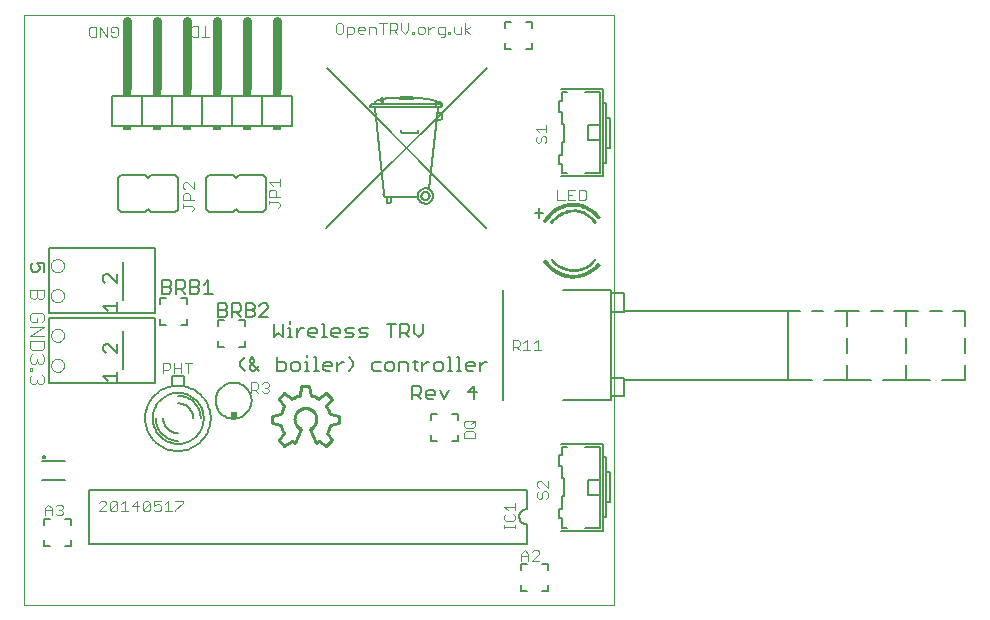
<source format=gto>
G75*
%MOIN*%
%OFA0B0*%
%FSLAX24Y24*%
%IPPOS*%
%LPD*%
%AMOC8*
5,1,8,0,0,1.08239X$1,22.5*
%
%ADD10C,0.0000*%
%ADD11C,0.0050*%
%ADD12C,0.0040*%
%ADD13C,0.0079*%
%ADD14C,0.0060*%
%ADD15C,0.0100*%
%ADD16C,0.0006*%
%ADD17C,0.0010*%
%ADD18C,0.0080*%
%ADD19C,0.0300*%
%ADD20R,0.0300X0.0200*%
%ADD21R,0.0300X0.0130*%
%ADD22R,0.0240X0.0230*%
D10*
X000350Y000350D02*
X000350Y020035D01*
X020035Y020035D01*
X020035Y000350D01*
X000350Y000350D01*
X001267Y008344D02*
X001269Y008373D01*
X001275Y008401D01*
X001284Y008429D01*
X001297Y008455D01*
X001314Y008478D01*
X001333Y008500D01*
X001355Y008519D01*
X001380Y008534D01*
X001406Y008547D01*
X001434Y008555D01*
X001462Y008560D01*
X001491Y008561D01*
X001520Y008558D01*
X001548Y008551D01*
X001575Y008541D01*
X001601Y008527D01*
X001624Y008510D01*
X001645Y008490D01*
X001663Y008467D01*
X001678Y008442D01*
X001689Y008415D01*
X001697Y008387D01*
X001701Y008358D01*
X001701Y008330D01*
X001697Y008301D01*
X001689Y008273D01*
X001678Y008246D01*
X001663Y008221D01*
X001645Y008198D01*
X001624Y008178D01*
X001601Y008161D01*
X001575Y008147D01*
X001548Y008137D01*
X001520Y008130D01*
X001491Y008127D01*
X001462Y008128D01*
X001434Y008133D01*
X001406Y008141D01*
X001380Y008154D01*
X001355Y008169D01*
X001333Y008188D01*
X001314Y008210D01*
X001297Y008233D01*
X001284Y008259D01*
X001275Y008287D01*
X001269Y008315D01*
X001267Y008344D01*
X001267Y009344D02*
X001269Y009373D01*
X001275Y009401D01*
X001284Y009429D01*
X001297Y009455D01*
X001314Y009478D01*
X001333Y009500D01*
X001355Y009519D01*
X001380Y009534D01*
X001406Y009547D01*
X001434Y009555D01*
X001462Y009560D01*
X001491Y009561D01*
X001520Y009558D01*
X001548Y009551D01*
X001575Y009541D01*
X001601Y009527D01*
X001624Y009510D01*
X001645Y009490D01*
X001663Y009467D01*
X001678Y009442D01*
X001689Y009415D01*
X001697Y009387D01*
X001701Y009358D01*
X001701Y009330D01*
X001697Y009301D01*
X001689Y009273D01*
X001678Y009246D01*
X001663Y009221D01*
X001645Y009198D01*
X001624Y009178D01*
X001601Y009161D01*
X001575Y009147D01*
X001548Y009137D01*
X001520Y009130D01*
X001491Y009127D01*
X001462Y009128D01*
X001434Y009133D01*
X001406Y009141D01*
X001380Y009154D01*
X001355Y009169D01*
X001333Y009188D01*
X001314Y009210D01*
X001297Y009233D01*
X001284Y009259D01*
X001275Y009287D01*
X001269Y009315D01*
X001267Y009344D01*
X001259Y010670D02*
X001261Y010699D01*
X001267Y010727D01*
X001276Y010755D01*
X001289Y010781D01*
X001306Y010804D01*
X001325Y010826D01*
X001347Y010845D01*
X001372Y010860D01*
X001398Y010873D01*
X001426Y010881D01*
X001454Y010886D01*
X001483Y010887D01*
X001512Y010884D01*
X001540Y010877D01*
X001567Y010867D01*
X001593Y010853D01*
X001616Y010836D01*
X001637Y010816D01*
X001655Y010793D01*
X001670Y010768D01*
X001681Y010741D01*
X001689Y010713D01*
X001693Y010684D01*
X001693Y010656D01*
X001689Y010627D01*
X001681Y010599D01*
X001670Y010572D01*
X001655Y010547D01*
X001637Y010524D01*
X001616Y010504D01*
X001593Y010487D01*
X001567Y010473D01*
X001540Y010463D01*
X001512Y010456D01*
X001483Y010453D01*
X001454Y010454D01*
X001426Y010459D01*
X001398Y010467D01*
X001372Y010480D01*
X001347Y010495D01*
X001325Y010514D01*
X001306Y010536D01*
X001289Y010559D01*
X001276Y010585D01*
X001267Y010613D01*
X001261Y010641D01*
X001259Y010670D01*
X001259Y011670D02*
X001261Y011699D01*
X001267Y011727D01*
X001276Y011755D01*
X001289Y011781D01*
X001306Y011804D01*
X001325Y011826D01*
X001347Y011845D01*
X001372Y011860D01*
X001398Y011873D01*
X001426Y011881D01*
X001454Y011886D01*
X001483Y011887D01*
X001512Y011884D01*
X001540Y011877D01*
X001567Y011867D01*
X001593Y011853D01*
X001616Y011836D01*
X001637Y011816D01*
X001655Y011793D01*
X001670Y011768D01*
X001681Y011741D01*
X001689Y011713D01*
X001693Y011684D01*
X001693Y011656D01*
X001689Y011627D01*
X001681Y011599D01*
X001670Y011572D01*
X001655Y011547D01*
X001637Y011524D01*
X001616Y011504D01*
X001593Y011487D01*
X001567Y011473D01*
X001540Y011463D01*
X001512Y011456D01*
X001483Y011453D01*
X001454Y011454D01*
X001426Y011459D01*
X001398Y011467D01*
X001372Y011480D01*
X001347Y011495D01*
X001325Y011514D01*
X001306Y011536D01*
X001289Y011559D01*
X001276Y011585D01*
X001267Y011613D01*
X001261Y011641D01*
X001259Y011670D01*
D11*
X001034Y011773D02*
X001034Y011473D01*
X000884Y011548D02*
X000809Y011473D01*
X000659Y011473D01*
X000584Y011548D01*
X000584Y011698D01*
X000659Y011773D01*
X000809Y011773D02*
X000884Y011623D01*
X000884Y011548D01*
X000809Y011773D02*
X001034Y011773D01*
X003001Y011321D02*
X003001Y011170D01*
X003076Y011095D01*
X003001Y011321D02*
X003076Y011396D01*
X003151Y011396D01*
X003451Y011095D01*
X003451Y011396D01*
X003451Y010461D02*
X003451Y010161D01*
X003451Y010311D02*
X003001Y010311D01*
X003151Y010161D01*
X003159Y009069D02*
X003084Y009069D01*
X003009Y008994D01*
X003009Y008844D01*
X003084Y008769D01*
X003159Y009069D02*
X003459Y008769D01*
X003459Y009069D01*
X003459Y008135D02*
X003459Y007835D01*
X003459Y007985D02*
X003009Y007985D01*
X003159Y007835D01*
X006833Y009965D02*
X007058Y009965D01*
X007133Y010040D01*
X007133Y010115D01*
X007058Y010190D01*
X006833Y010190D01*
X007058Y010190D02*
X007133Y010265D01*
X007133Y010340D01*
X007058Y010415D01*
X006833Y010415D01*
X006833Y009965D01*
X007293Y009965D02*
X007293Y010415D01*
X007518Y010415D01*
X007593Y010340D01*
X007593Y010190D01*
X007518Y010115D01*
X007293Y010115D01*
X007443Y010115D02*
X007593Y009965D01*
X007754Y009965D02*
X007979Y009965D01*
X008054Y010040D01*
X008054Y010115D01*
X007979Y010190D01*
X007754Y010190D01*
X007979Y010190D02*
X008054Y010265D01*
X008054Y010340D01*
X007979Y010415D01*
X007754Y010415D01*
X007754Y009965D01*
X008214Y009965D02*
X008514Y010265D01*
X008514Y010340D01*
X008439Y010415D01*
X008289Y010415D01*
X008214Y010340D01*
X008214Y009965D02*
X008514Y009965D01*
X008689Y009739D02*
X008689Y009289D01*
X008839Y009439D01*
X008989Y009289D01*
X008989Y009739D01*
X009149Y009589D02*
X009224Y009589D01*
X009224Y009289D01*
X009149Y009289D02*
X009299Y009289D01*
X009456Y009289D02*
X009456Y009589D01*
X009456Y009439D02*
X009606Y009589D01*
X009681Y009589D01*
X009840Y009514D02*
X009915Y009589D01*
X010065Y009589D01*
X010140Y009514D01*
X010140Y009439D01*
X009840Y009439D01*
X009840Y009364D02*
X009840Y009514D01*
X009840Y009364D02*
X009915Y009289D01*
X010065Y009289D01*
X010300Y009289D02*
X010450Y009289D01*
X010375Y009289D02*
X010375Y009739D01*
X010300Y009739D01*
X010607Y009514D02*
X010682Y009589D01*
X010832Y009589D01*
X010907Y009514D01*
X010907Y009439D01*
X010607Y009439D01*
X010607Y009364D02*
X010607Y009514D01*
X010607Y009364D02*
X010682Y009289D01*
X010832Y009289D01*
X011067Y009289D02*
X011293Y009289D01*
X011368Y009364D01*
X011293Y009439D01*
X011143Y009439D01*
X011067Y009514D01*
X011143Y009589D01*
X011368Y009589D01*
X011528Y009514D02*
X011603Y009589D01*
X011828Y009589D01*
X011753Y009439D02*
X011603Y009439D01*
X011528Y009514D01*
X011528Y009289D02*
X011753Y009289D01*
X011828Y009364D01*
X011753Y009439D01*
X012449Y009739D02*
X012749Y009739D01*
X012599Y009739D02*
X012599Y009289D01*
X012909Y009289D02*
X012909Y009739D01*
X013134Y009739D01*
X013209Y009664D01*
X013209Y009514D01*
X013134Y009439D01*
X012909Y009439D01*
X013059Y009439D02*
X013209Y009289D01*
X013369Y009439D02*
X013520Y009289D01*
X013670Y009439D01*
X013670Y009739D01*
X013369Y009739D02*
X013369Y009439D01*
X014484Y008610D02*
X014559Y008610D01*
X014559Y008159D01*
X014484Y008159D02*
X014634Y008159D01*
X014790Y008159D02*
X014941Y008159D01*
X014866Y008159D02*
X014866Y008610D01*
X014790Y008610D01*
X015097Y008385D02*
X015172Y008460D01*
X015323Y008460D01*
X015398Y008385D01*
X015398Y008310D01*
X015097Y008310D01*
X015097Y008385D02*
X015097Y008234D01*
X015172Y008159D01*
X015323Y008159D01*
X015558Y008159D02*
X015558Y008460D01*
X015708Y008460D02*
X015783Y008460D01*
X015708Y008460D02*
X015558Y008310D01*
X015374Y007669D02*
X015149Y007443D01*
X015449Y007443D01*
X015374Y007218D02*
X015374Y007669D01*
X014528Y007518D02*
X014378Y007218D01*
X014228Y007518D01*
X014068Y007443D02*
X014068Y007368D01*
X013767Y007368D01*
X013767Y007293D02*
X013767Y007443D01*
X013842Y007518D01*
X013993Y007518D01*
X014068Y007443D01*
X013993Y007218D02*
X013842Y007218D01*
X013767Y007293D01*
X013607Y007218D02*
X013457Y007368D01*
X013532Y007368D02*
X013307Y007368D01*
X013307Y007218D02*
X013307Y007669D01*
X013532Y007669D01*
X013607Y007594D01*
X013607Y007443D01*
X013532Y007368D01*
X013483Y008159D02*
X013408Y008234D01*
X013408Y008535D01*
X013333Y008460D02*
X013483Y008460D01*
X013639Y008460D02*
X013639Y008159D01*
X013639Y008310D02*
X013790Y008460D01*
X013865Y008460D01*
X014023Y008385D02*
X014023Y008234D01*
X014098Y008159D01*
X014248Y008159D01*
X014323Y008234D01*
X014323Y008385D01*
X014248Y008460D01*
X014098Y008460D01*
X014023Y008385D01*
X013172Y008385D02*
X013172Y008159D01*
X013172Y008385D02*
X013097Y008460D01*
X012872Y008460D01*
X012872Y008159D01*
X012712Y008234D02*
X012712Y008385D01*
X012637Y008460D01*
X012487Y008460D01*
X012412Y008385D01*
X012412Y008234D01*
X012487Y008159D01*
X012637Y008159D01*
X012712Y008234D01*
X012252Y008159D02*
X012026Y008159D01*
X011951Y008234D01*
X011951Y008385D01*
X012026Y008460D01*
X012252Y008460D01*
X011334Y008460D02*
X011334Y008310D01*
X011184Y008159D01*
X011334Y008460D02*
X011184Y008610D01*
X011026Y008460D02*
X010951Y008460D01*
X010800Y008310D01*
X010800Y008460D02*
X010800Y008159D01*
X010640Y008310D02*
X010340Y008310D01*
X010340Y008385D02*
X010340Y008234D01*
X010415Y008159D01*
X010565Y008159D01*
X010640Y008310D02*
X010640Y008385D01*
X010565Y008460D01*
X010415Y008460D01*
X010340Y008385D01*
X010183Y008159D02*
X010033Y008159D01*
X010108Y008159D02*
X010108Y008610D01*
X010033Y008610D01*
X009801Y008610D02*
X009801Y008685D01*
X009801Y008460D02*
X009726Y008460D01*
X009801Y008460D02*
X009801Y008159D01*
X009726Y008159D02*
X009876Y008159D01*
X009566Y008234D02*
X009566Y008385D01*
X009491Y008460D01*
X009341Y008460D01*
X009266Y008385D01*
X009266Y008234D01*
X009341Y008159D01*
X009491Y008159D01*
X009566Y008234D01*
X009106Y008234D02*
X009106Y008385D01*
X009031Y008460D01*
X008805Y008460D01*
X008805Y008610D02*
X008805Y008159D01*
X009031Y008159D01*
X009106Y008234D01*
X008185Y008159D02*
X007885Y008460D01*
X007885Y008535D01*
X007960Y008610D01*
X008035Y008535D01*
X008035Y008460D01*
X007885Y008310D01*
X007885Y008234D01*
X007960Y008159D01*
X008035Y008159D01*
X008185Y008310D01*
X007728Y008159D02*
X007578Y008310D01*
X007578Y008460D01*
X007728Y008610D01*
X009224Y009739D02*
X009224Y009814D01*
X006655Y010735D02*
X006355Y010735D01*
X006505Y010735D02*
X006505Y011185D01*
X006355Y011035D01*
X006195Y011035D02*
X006119Y010960D01*
X005894Y010960D01*
X005734Y010960D02*
X005659Y010885D01*
X005434Y010885D01*
X005584Y010885D02*
X005734Y010735D01*
X005894Y010735D02*
X006119Y010735D01*
X006195Y010810D01*
X006195Y010885D01*
X006119Y010960D01*
X006195Y011035D02*
X006195Y011110D01*
X006119Y011185D01*
X005894Y011185D01*
X005894Y010735D01*
X005734Y010960D02*
X005734Y011110D01*
X005659Y011185D01*
X005434Y011185D01*
X005434Y010735D01*
X005274Y010810D02*
X005199Y010735D01*
X004974Y010735D01*
X004974Y011185D01*
X005199Y011185D01*
X005274Y011110D01*
X005274Y011035D01*
X005199Y010960D01*
X004974Y010960D01*
X005199Y010960D02*
X005274Y010885D01*
X005274Y010810D01*
X001744Y005165D02*
X000956Y005165D01*
X000996Y005283D02*
X000998Y005295D01*
X001003Y005306D01*
X001012Y005315D01*
X001023Y005320D01*
X001035Y005322D01*
X001047Y005320D01*
X001058Y005315D01*
X001067Y005306D01*
X001072Y005295D01*
X001074Y005283D01*
X001072Y005271D01*
X001067Y005260D01*
X001058Y005251D01*
X001047Y005246D01*
X001035Y005244D01*
X001023Y005246D01*
X001012Y005251D01*
X001003Y005260D01*
X000998Y005271D01*
X000996Y005283D01*
X000956Y004535D02*
X001744Y004535D01*
X017387Y013432D02*
X017677Y013432D01*
X017527Y013582D02*
X017527Y013272D01*
D12*
X018145Y013846D02*
X018381Y013846D01*
X018507Y013846D02*
X018743Y013846D01*
X018870Y013846D02*
X019047Y013846D01*
X019106Y013905D01*
X019106Y014141D01*
X019047Y014200D01*
X018870Y014200D01*
X018870Y013846D01*
X018625Y014023D02*
X018507Y014023D01*
X018507Y014200D02*
X018507Y013846D01*
X018145Y013846D02*
X018145Y014200D01*
X018507Y014200D02*
X018743Y014200D01*
X017721Y015759D02*
X017780Y015818D01*
X017780Y015936D01*
X017721Y015995D01*
X017662Y015995D01*
X017603Y015936D01*
X017603Y015818D01*
X017544Y015759D01*
X017485Y015759D01*
X017426Y015818D01*
X017426Y015936D01*
X017485Y015995D01*
X017544Y016121D02*
X017426Y016239D01*
X017780Y016239D01*
X017780Y016121D02*
X017780Y016357D01*
X014384Y019339D02*
X014384Y019634D01*
X014207Y019634D01*
X014148Y019575D01*
X014148Y019457D01*
X014207Y019398D01*
X014384Y019398D01*
X014384Y019339D02*
X014325Y019280D01*
X014266Y019280D01*
X014510Y019398D02*
X014569Y019398D01*
X014569Y019457D01*
X014510Y019457D01*
X014510Y019398D01*
X014691Y019457D02*
X014691Y019634D01*
X014691Y019457D02*
X014750Y019398D01*
X014927Y019398D01*
X014927Y019634D01*
X015054Y019752D02*
X015054Y019398D01*
X015054Y019516D02*
X015231Y019634D01*
X015054Y019516D02*
X015231Y019398D01*
X014023Y019634D02*
X013964Y019634D01*
X013846Y019516D01*
X013846Y019398D02*
X013846Y019634D01*
X013719Y019575D02*
X013660Y019634D01*
X013542Y019634D01*
X013483Y019575D01*
X013483Y019457D01*
X013542Y019398D01*
X013660Y019398D01*
X013719Y019457D01*
X013719Y019575D01*
X013361Y019457D02*
X013361Y019398D01*
X013302Y019398D01*
X013302Y019457D01*
X013361Y019457D01*
X013175Y019516D02*
X013175Y019752D01*
X012939Y019752D02*
X012939Y019516D01*
X013057Y019398D01*
X013175Y019516D01*
X012813Y019575D02*
X012754Y019516D01*
X012577Y019516D01*
X012695Y019516D02*
X012813Y019398D01*
X012813Y019575D02*
X012813Y019693D01*
X012754Y019752D01*
X012577Y019752D01*
X012577Y019398D01*
X012332Y019398D02*
X012332Y019752D01*
X012214Y019752D02*
X012450Y019752D01*
X012088Y019575D02*
X012088Y019398D01*
X012088Y019575D02*
X012029Y019634D01*
X011852Y019634D01*
X011852Y019398D01*
X011725Y019516D02*
X011489Y019516D01*
X011489Y019457D02*
X011489Y019575D01*
X011548Y019634D01*
X011666Y019634D01*
X011725Y019575D01*
X011725Y019516D01*
X011666Y019398D02*
X011548Y019398D01*
X011489Y019457D01*
X011363Y019457D02*
X011304Y019398D01*
X011127Y019398D01*
X011127Y019280D02*
X011127Y019634D01*
X011304Y019634D01*
X011363Y019575D01*
X011363Y019457D01*
X011000Y019457D02*
X011000Y019693D01*
X010941Y019752D01*
X010823Y019752D01*
X010764Y019693D01*
X010764Y019457D01*
X010823Y019398D01*
X010941Y019398D01*
X011000Y019457D01*
X006895Y019482D02*
X006777Y019482D01*
X006895Y019305D02*
X006659Y019305D01*
X006532Y019305D02*
X006296Y019305D01*
X006414Y019305D02*
X006414Y019659D01*
X006170Y019659D02*
X005993Y019659D01*
X005934Y019600D01*
X005934Y019364D01*
X005993Y019305D01*
X006170Y019305D01*
X006170Y019659D01*
X005807Y019659D02*
X005689Y019659D01*
X005748Y019659D02*
X005748Y019305D01*
X005807Y019305D02*
X005689Y019305D01*
X006895Y019305D02*
X006895Y019659D01*
X003490Y019578D02*
X003490Y019342D01*
X003431Y019283D01*
X003313Y019283D01*
X003254Y019342D01*
X003254Y019460D02*
X003372Y019460D01*
X003254Y019460D02*
X003254Y019578D01*
X003313Y019637D01*
X003431Y019637D01*
X003490Y019578D01*
X003127Y019637D02*
X003127Y019283D01*
X002891Y019637D01*
X002891Y019283D01*
X002765Y019283D02*
X002588Y019283D01*
X002529Y019342D01*
X002529Y019578D01*
X002588Y019637D01*
X002765Y019637D01*
X002765Y019283D01*
X008898Y014564D02*
X008898Y014328D01*
X008898Y014446D02*
X008544Y014446D01*
X008662Y014328D01*
X008603Y014202D02*
X008721Y014202D01*
X008780Y014143D01*
X008780Y013966D01*
X008898Y013966D02*
X008544Y013966D01*
X008544Y014143D01*
X008603Y014202D01*
X008544Y013839D02*
X008544Y013721D01*
X008544Y013780D02*
X008839Y013780D01*
X008898Y013721D01*
X008898Y013662D01*
X008839Y013603D01*
X006024Y013602D02*
X005965Y013661D01*
X005670Y013661D01*
X005670Y013602D02*
X005670Y013720D01*
X005670Y013847D02*
X005670Y014024D01*
X005729Y014083D01*
X005847Y014083D01*
X005906Y014024D01*
X005906Y013847D01*
X006024Y013847D02*
X005670Y013847D01*
X006024Y013602D02*
X006024Y013543D01*
X005965Y013484D01*
X006024Y014209D02*
X005788Y014445D01*
X005729Y014445D01*
X005670Y014386D01*
X005670Y014268D01*
X005729Y014209D01*
X006024Y014209D02*
X006024Y014445D01*
X001033Y010853D02*
X000572Y010853D01*
X000572Y010623D01*
X000649Y010546D01*
X000726Y010546D01*
X000803Y010623D01*
X000803Y010853D01*
X001033Y010853D02*
X001033Y010623D01*
X000956Y010546D01*
X000879Y010546D01*
X000803Y010623D01*
X000952Y010090D02*
X000645Y010090D01*
X000568Y010013D01*
X000568Y009860D01*
X000645Y009783D01*
X000798Y009783D01*
X000798Y009937D01*
X000952Y010090D02*
X001029Y010013D01*
X001029Y009860D01*
X000952Y009783D01*
X001029Y009630D02*
X000568Y009323D01*
X001029Y009323D01*
X001029Y009169D02*
X000568Y009169D01*
X000568Y008939D01*
X000645Y008862D01*
X000952Y008862D01*
X001029Y008939D01*
X001029Y009169D01*
X000948Y008711D02*
X001025Y008634D01*
X001025Y008480D01*
X000948Y008404D01*
X000872Y008404D01*
X000795Y008480D01*
X000718Y008404D01*
X000641Y008404D01*
X000565Y008480D01*
X000565Y008634D01*
X000641Y008711D01*
X000795Y008557D02*
X000795Y008480D01*
X000641Y008250D02*
X000641Y008173D01*
X000565Y008173D01*
X000565Y008250D01*
X000641Y008250D01*
X000641Y008020D02*
X000565Y007943D01*
X000565Y007790D01*
X000641Y007713D01*
X000718Y007713D01*
X000795Y007790D01*
X000795Y007867D01*
X000795Y007790D02*
X000872Y007713D01*
X000948Y007713D01*
X001025Y007790D01*
X001025Y007943D01*
X000948Y008020D01*
X001029Y009630D02*
X000568Y009630D01*
X004996Y008437D02*
X004996Y008083D01*
X004996Y008201D02*
X005173Y008201D01*
X005232Y008260D01*
X005232Y008378D01*
X005173Y008437D01*
X004996Y008437D01*
X005359Y008437D02*
X005359Y008083D01*
X005359Y008260D02*
X005595Y008260D01*
X005595Y008437D02*
X005595Y008083D01*
X005839Y008083D02*
X005839Y008437D01*
X005721Y008437D02*
X005957Y008437D01*
X007932Y007776D02*
X007932Y007422D01*
X007932Y007540D02*
X008109Y007540D01*
X008168Y007599D01*
X008168Y007717D01*
X008109Y007776D01*
X007932Y007776D01*
X008294Y007717D02*
X008353Y007776D01*
X008471Y007776D01*
X008530Y007717D01*
X008530Y007658D01*
X008471Y007599D01*
X008530Y007540D01*
X008530Y007481D01*
X008471Y007422D01*
X008353Y007422D01*
X008294Y007481D01*
X008168Y007422D02*
X008050Y007540D01*
X008412Y007599D02*
X008471Y007599D01*
X015039Y006448D02*
X015098Y006507D01*
X015334Y006507D01*
X015393Y006448D01*
X015393Y006330D01*
X015334Y006271D01*
X015098Y006271D01*
X015039Y006330D01*
X015039Y006448D01*
X015275Y006389D02*
X015393Y006507D01*
X015334Y006145D02*
X015098Y006145D01*
X015039Y006086D01*
X015039Y005909D01*
X015393Y005909D01*
X015393Y006086D01*
X015334Y006145D01*
X017463Y004445D02*
X017522Y004504D01*
X017581Y004504D01*
X017817Y004268D01*
X017817Y004504D01*
X017463Y004445D02*
X017463Y004327D01*
X017522Y004268D01*
X017522Y004141D02*
X017463Y004082D01*
X017463Y003964D01*
X017522Y003905D01*
X017581Y003905D01*
X017640Y003964D01*
X017640Y004082D01*
X017699Y004141D01*
X017758Y004141D01*
X017817Y004082D01*
X017817Y003964D01*
X017758Y003905D01*
X016729Y003752D02*
X016729Y003516D01*
X016729Y003634D02*
X016375Y003634D01*
X016493Y003516D01*
X016434Y003389D02*
X016375Y003330D01*
X016375Y003212D01*
X016434Y003153D01*
X016670Y003153D01*
X016729Y003212D01*
X016729Y003330D01*
X016670Y003389D01*
X016729Y003030D02*
X016729Y002912D01*
X016729Y002971D02*
X016375Y002971D01*
X016375Y002912D02*
X016375Y003030D01*
X017059Y002182D02*
X016941Y002064D01*
X016941Y001828D01*
X016941Y002005D02*
X017177Y002005D01*
X017177Y002064D02*
X017177Y001828D01*
X017304Y001828D02*
X017540Y002064D01*
X017540Y002123D01*
X017481Y002182D01*
X017363Y002182D01*
X017304Y002123D01*
X017177Y002064D02*
X017059Y002182D01*
X017304Y001828D02*
X017540Y001828D01*
X005649Y003773D02*
X005413Y003537D01*
X005413Y003478D01*
X005287Y003478D02*
X005051Y003478D01*
X005169Y003478D02*
X005169Y003832D01*
X005051Y003714D01*
X004924Y003655D02*
X004924Y003537D01*
X004865Y003478D01*
X004747Y003478D01*
X004688Y003537D01*
X004688Y003655D02*
X004806Y003714D01*
X004865Y003714D01*
X004924Y003655D01*
X004924Y003832D02*
X004688Y003832D01*
X004688Y003655D01*
X004562Y003773D02*
X004562Y003537D01*
X004503Y003478D01*
X004385Y003478D01*
X004326Y003537D01*
X004562Y003773D01*
X004503Y003832D01*
X004385Y003832D01*
X004326Y003773D01*
X004326Y003537D01*
X004199Y003655D02*
X003963Y003655D01*
X004140Y003832D01*
X004140Y003478D01*
X003837Y003478D02*
X003601Y003478D01*
X003719Y003478D02*
X003719Y003832D01*
X003601Y003714D01*
X003474Y003773D02*
X003238Y003537D01*
X003297Y003478D01*
X003415Y003478D01*
X003474Y003537D01*
X003474Y003773D01*
X003415Y003832D01*
X003297Y003832D01*
X003238Y003773D01*
X003238Y003537D01*
X003112Y003478D02*
X002876Y003478D01*
X003112Y003714D01*
X003112Y003773D01*
X003053Y003832D01*
X002935Y003832D01*
X002876Y003773D01*
X001655Y003642D02*
X001655Y003583D01*
X001596Y003524D01*
X001655Y003465D01*
X001655Y003406D01*
X001596Y003347D01*
X001478Y003347D01*
X001419Y003406D01*
X001292Y003347D02*
X001292Y003583D01*
X001174Y003701D01*
X001056Y003583D01*
X001056Y003347D01*
X001056Y003524D02*
X001292Y003524D01*
X001419Y003642D02*
X001478Y003701D01*
X001596Y003701D01*
X001655Y003642D01*
X001596Y003524D02*
X001537Y003524D01*
X005413Y003832D02*
X005649Y003832D01*
X005649Y003773D01*
X016648Y008844D02*
X016648Y009198D01*
X016825Y009198D01*
X016884Y009139D01*
X016884Y009021D01*
X016825Y008962D01*
X016648Y008962D01*
X016766Y008962D02*
X016884Y008844D01*
X017010Y008844D02*
X017246Y008844D01*
X017128Y008844D02*
X017128Y009198D01*
X017010Y009080D01*
X017373Y009080D02*
X017491Y009198D01*
X017491Y008844D01*
X017373Y008844D02*
X017609Y008844D01*
D13*
X015763Y012939D02*
X010448Y018254D01*
X012328Y017251D02*
X012332Y017202D01*
X012332Y017152D01*
X012328Y017103D01*
X012289Y017093D02*
X012279Y017191D01*
X012279Y017251D02*
X012282Y017259D01*
X012287Y017267D01*
X012295Y017271D01*
X012304Y017273D01*
X012313Y017271D01*
X012321Y017267D01*
X012326Y017259D01*
X012329Y017251D01*
X012112Y017172D02*
X012097Y017163D01*
X012085Y017152D01*
X012074Y017139D01*
X012067Y017124D01*
X012062Y017107D01*
X012061Y017090D01*
X012063Y017074D01*
X012072Y017073D02*
X014110Y017073D01*
X014139Y017073D02*
X014141Y017086D01*
X014140Y017099D01*
X014136Y017112D01*
X014129Y017123D01*
X014119Y017132D01*
X014091Y017044D02*
X014093Y017063D01*
X014098Y017082D01*
X014108Y017098D01*
X014120Y017113D01*
X014135Y017125D01*
X014151Y017135D01*
X014170Y017140D01*
X014189Y017142D01*
X014208Y017140D01*
X014227Y017135D01*
X014243Y017125D01*
X014258Y017113D01*
X014270Y017098D01*
X014280Y017082D01*
X014285Y017063D01*
X014287Y017044D01*
X014285Y017025D01*
X014280Y017006D01*
X014270Y016990D01*
X014258Y016975D01*
X014243Y016963D01*
X014227Y016953D01*
X014208Y016948D01*
X014189Y016946D01*
X014170Y016948D01*
X014151Y016953D01*
X014135Y016963D01*
X014120Y016975D01*
X014108Y016990D01*
X014098Y017006D01*
X014093Y017025D01*
X014091Y017044D01*
X014208Y016945D02*
X014225Y016947D01*
X014242Y016952D01*
X014257Y016960D01*
X014271Y016971D01*
X014282Y016985D01*
X014290Y017000D01*
X014295Y017017D01*
X014297Y017034D01*
X014297Y017044D01*
X011954Y017044D01*
X011944Y017044D01*
X011935Y017044D01*
X011944Y017044D02*
X011954Y017044D01*
X011935Y017044D02*
X011926Y017043D01*
X011917Y017038D01*
X011911Y017032D01*
X011906Y017023D01*
X011905Y017014D01*
X011905Y016995D01*
X011905Y016965D01*
X011907Y016957D01*
X011911Y016951D01*
X011917Y016947D01*
X011925Y016945D01*
X012082Y016945D01*
X012929Y016945D01*
X013736Y016945D01*
X014208Y016945D01*
X014149Y016935D02*
X013874Y014219D01*
X013608Y013993D02*
X013610Y014016D01*
X013616Y014039D01*
X013626Y014060D01*
X013639Y014080D01*
X013655Y014097D01*
X013674Y014111D01*
X013695Y014121D01*
X013717Y014128D01*
X013740Y014131D01*
X013764Y014130D01*
X013786Y014125D01*
X013808Y014116D01*
X013828Y014104D01*
X013846Y014088D01*
X013860Y014070D01*
X013872Y014050D01*
X013880Y014028D01*
X013884Y014005D01*
X013884Y013981D01*
X013880Y013958D01*
X013872Y013936D01*
X013860Y013916D01*
X013846Y013898D01*
X013828Y013882D01*
X013808Y013870D01*
X013786Y013861D01*
X013764Y013856D01*
X013740Y013855D01*
X013717Y013858D01*
X013695Y013865D01*
X013674Y013875D01*
X013655Y013889D01*
X013639Y013906D01*
X013626Y013926D01*
X013616Y013947D01*
X013610Y013970D01*
X013608Y013993D01*
X013480Y013963D02*
X012486Y013953D01*
X012456Y013934D02*
X012456Y013806D01*
X012457Y013793D01*
X012462Y013780D01*
X012469Y013769D01*
X012478Y013760D01*
X012489Y013753D01*
X012502Y013748D01*
X012515Y013747D01*
X012535Y013747D01*
X012548Y013749D01*
X012560Y013754D01*
X012570Y013761D01*
X012577Y013772D01*
X012582Y013783D01*
X012584Y013796D01*
X012584Y013934D01*
X012426Y013962D02*
X012409Y013966D01*
X012394Y013972D01*
X012379Y013982D01*
X012367Y013994D01*
X012357Y014009D01*
X012351Y014024D01*
X012347Y014041D01*
X012348Y014042D02*
X012063Y016935D01*
X012278Y017191D02*
X012277Y017221D01*
X012278Y017251D01*
X012840Y017260D02*
X012889Y017260D01*
X012889Y017290D02*
X012889Y017211D01*
X013342Y017211D01*
X013342Y017290D01*
X012889Y017290D01*
X013352Y017260D02*
X013539Y017250D01*
X014061Y017162D02*
X014081Y017154D01*
X014101Y017144D01*
X014120Y017132D01*
X014149Y016769D02*
X014162Y016767D01*
X014176Y016767D01*
X014189Y016769D01*
X014188Y016768D02*
X014206Y016770D01*
X014223Y016768D01*
X014240Y016763D01*
X014256Y016755D01*
X014270Y016744D01*
X014281Y016730D01*
X014289Y016714D01*
X014294Y016698D01*
X014296Y016680D01*
X014297Y016680D02*
X014297Y016621D01*
X014296Y016621D02*
X014295Y016604D01*
X014290Y016587D01*
X014283Y016572D01*
X014273Y016558D01*
X014261Y016546D01*
X014247Y016536D01*
X014232Y016529D01*
X014215Y016524D01*
X014198Y016523D01*
X014198Y016522D02*
X014130Y016522D01*
X013500Y016187D02*
X013500Y016119D01*
X013499Y016119D02*
X013498Y016109D01*
X013494Y016100D01*
X013488Y016091D01*
X013480Y016085D01*
X013470Y016081D01*
X013460Y016080D01*
X013460Y016079D02*
X012998Y016079D01*
X012985Y016080D01*
X012972Y016085D01*
X012961Y016092D01*
X012952Y016101D01*
X012945Y016112D01*
X012940Y016125D01*
X012939Y016138D01*
X012939Y016168D01*
X012939Y016197D01*
X012348Y017231D02*
X012289Y017222D01*
X012230Y017211D01*
X012190Y017200D01*
X012150Y017187D01*
X012112Y017171D01*
X013864Y017211D02*
X013930Y017197D01*
X013996Y017181D01*
X014061Y017162D01*
X015783Y018274D02*
X010429Y012920D01*
X012427Y013964D02*
X012457Y013960D01*
X012486Y013954D01*
X013490Y013993D02*
X013492Y014024D01*
X013498Y014055D01*
X013507Y014085D01*
X013520Y014114D01*
X013537Y014141D01*
X013557Y014165D01*
X013579Y014187D01*
X013605Y014206D01*
X013632Y014222D01*
X013661Y014234D01*
X013691Y014243D01*
X013722Y014248D01*
X013754Y014249D01*
X013785Y014246D01*
X013816Y014239D01*
X013846Y014229D01*
X013874Y014215D01*
X013900Y014197D01*
X013924Y014177D01*
X013945Y014153D01*
X013964Y014128D01*
X013979Y014100D01*
X013990Y014071D01*
X013998Y014040D01*
X014002Y014009D01*
X014002Y013977D01*
X013998Y013946D01*
X013990Y013915D01*
X013979Y013886D01*
X013964Y013858D01*
X013945Y013833D01*
X013924Y013809D01*
X013900Y013789D01*
X013874Y013771D01*
X013846Y013757D01*
X013816Y013747D01*
X013785Y013740D01*
X013754Y013737D01*
X013722Y013738D01*
X013691Y013743D01*
X013661Y013752D01*
X013632Y013764D01*
X013605Y013780D01*
X013579Y013799D01*
X013557Y013821D01*
X013537Y013845D01*
X013520Y013872D01*
X013507Y013901D01*
X013498Y013931D01*
X013492Y013962D01*
X013490Y013993D01*
X013864Y017211D02*
X013784Y017225D01*
X013703Y017237D01*
X013621Y017245D01*
X013539Y017251D01*
X012840Y017260D02*
X012717Y017258D01*
X012593Y017253D01*
X012471Y017243D01*
X012348Y017230D01*
D14*
X009304Y017339D02*
X009304Y016339D01*
X008304Y016339D01*
X008304Y017339D01*
X009304Y017339D01*
X008304Y017339D02*
X007304Y017339D01*
X006304Y017339D01*
X005304Y017339D01*
X004304Y017339D01*
X003304Y017339D01*
X003304Y016339D01*
X004304Y016339D01*
X005304Y016339D01*
X006304Y016339D01*
X007304Y016339D01*
X008304Y016339D01*
X007304Y016339D02*
X007304Y017339D01*
X006304Y017339D02*
X006304Y016339D01*
X005304Y016339D02*
X005304Y017339D01*
X004304Y017339D02*
X004304Y016339D01*
X004407Y014682D02*
X003607Y014682D01*
X003507Y014579D01*
X003509Y013558D01*
X003609Y013458D01*
X004409Y013458D01*
X004509Y013558D01*
X004609Y013458D01*
X005409Y013458D01*
X005504Y013539D01*
X005507Y014579D01*
X005407Y014682D01*
X004607Y014682D01*
X004507Y014579D01*
X004407Y014682D01*
X006433Y014594D02*
X006430Y013553D01*
X006530Y013451D01*
X007330Y013451D01*
X007430Y013553D01*
X007530Y013451D01*
X008330Y013451D01*
X008430Y013553D01*
X008428Y014575D01*
X008328Y014675D01*
X007528Y014675D01*
X007428Y014575D01*
X007328Y014675D01*
X006528Y014675D01*
X006433Y014594D01*
X004726Y012261D02*
X001186Y012261D01*
X001186Y010080D01*
X004726Y010080D01*
X004726Y012261D01*
X003657Y011806D02*
X003657Y010536D01*
X004734Y009934D02*
X001194Y009934D01*
X001194Y007753D01*
X004734Y007753D01*
X004734Y009934D01*
X004900Y009893D02*
X004900Y009693D01*
X005100Y009693D01*
X005600Y009693D02*
X005800Y009693D01*
X005800Y009893D01*
X005800Y010393D02*
X005800Y010593D01*
X005600Y010593D01*
X005100Y010593D02*
X004900Y010593D01*
X004900Y010393D01*
X003666Y009480D02*
X003666Y008210D01*
X005313Y007980D02*
X005313Y007650D01*
X005683Y007660D02*
X005683Y007980D01*
X005313Y007980D01*
X006830Y008972D02*
X007030Y008972D01*
X006830Y008972D02*
X006830Y009172D01*
X007530Y008972D02*
X007730Y008972D01*
X007730Y009172D01*
X007730Y009672D02*
X007730Y009872D01*
X007530Y009872D01*
X007030Y009872D02*
X006830Y009872D01*
X006830Y009672D01*
X006751Y007170D02*
X006753Y007219D01*
X006759Y007267D01*
X006769Y007315D01*
X006783Y007362D01*
X006800Y007408D01*
X006821Y007452D01*
X006846Y007494D01*
X006874Y007534D01*
X006906Y007572D01*
X006940Y007607D01*
X006977Y007639D01*
X007016Y007668D01*
X007058Y007694D01*
X007102Y007716D01*
X007147Y007734D01*
X007194Y007749D01*
X007241Y007760D01*
X007290Y007767D01*
X007339Y007770D01*
X007388Y007769D01*
X007436Y007764D01*
X007485Y007755D01*
X007532Y007742D01*
X007578Y007725D01*
X007622Y007705D01*
X007665Y007681D01*
X007706Y007654D01*
X007744Y007623D01*
X007780Y007590D01*
X007812Y007554D01*
X007842Y007515D01*
X007869Y007474D01*
X007892Y007430D01*
X007911Y007385D01*
X007927Y007339D01*
X007939Y007292D01*
X007947Y007243D01*
X007951Y007194D01*
X007951Y007146D01*
X007947Y007097D01*
X007939Y007048D01*
X007927Y007001D01*
X007911Y006955D01*
X007892Y006910D01*
X007869Y006866D01*
X007842Y006825D01*
X007812Y006786D01*
X007780Y006750D01*
X007744Y006717D01*
X007706Y006686D01*
X007665Y006659D01*
X007622Y006635D01*
X007578Y006615D01*
X007532Y006598D01*
X007485Y006585D01*
X007436Y006576D01*
X007388Y006571D01*
X007339Y006570D01*
X007290Y006573D01*
X007241Y006580D01*
X007194Y006591D01*
X007147Y006606D01*
X007102Y006624D01*
X007058Y006646D01*
X007016Y006672D01*
X006977Y006701D01*
X006940Y006733D01*
X006906Y006768D01*
X006874Y006806D01*
X006846Y006846D01*
X006821Y006888D01*
X006800Y006932D01*
X006783Y006978D01*
X006769Y007025D01*
X006759Y007073D01*
X006753Y007121D01*
X006751Y007170D01*
X004653Y006580D02*
X004655Y006638D01*
X004661Y006696D01*
X004671Y006753D01*
X004685Y006809D01*
X004702Y006865D01*
X004723Y006919D01*
X004748Y006971D01*
X004777Y007022D01*
X004809Y007070D01*
X004844Y007116D01*
X004882Y007160D01*
X004923Y007201D01*
X004967Y007239D01*
X005013Y007274D01*
X005061Y007306D01*
X005112Y007335D01*
X005164Y007360D01*
X005218Y007381D01*
X005274Y007398D01*
X005330Y007412D01*
X005387Y007422D01*
X005445Y007428D01*
X005503Y007430D01*
X005561Y007428D01*
X005619Y007422D01*
X005676Y007412D01*
X005732Y007398D01*
X005788Y007381D01*
X005842Y007360D01*
X005894Y007335D01*
X005945Y007306D01*
X005993Y007274D01*
X006039Y007239D01*
X006083Y007201D01*
X006124Y007160D01*
X006162Y007116D01*
X006197Y007070D01*
X006229Y007022D01*
X006258Y006971D01*
X006283Y006919D01*
X006304Y006865D01*
X006321Y006809D01*
X006335Y006753D01*
X006345Y006696D01*
X006351Y006638D01*
X006353Y006580D01*
X006351Y006522D01*
X006345Y006464D01*
X006335Y006407D01*
X006321Y006351D01*
X006304Y006295D01*
X006283Y006241D01*
X006258Y006189D01*
X006229Y006138D01*
X006197Y006090D01*
X006162Y006044D01*
X006124Y006000D01*
X006083Y005959D01*
X006039Y005921D01*
X005993Y005886D01*
X005945Y005854D01*
X005894Y005825D01*
X005842Y005800D01*
X005788Y005779D01*
X005732Y005762D01*
X005676Y005748D01*
X005619Y005738D01*
X005561Y005732D01*
X005503Y005730D01*
X005445Y005732D01*
X005387Y005738D01*
X005330Y005748D01*
X005274Y005762D01*
X005218Y005779D01*
X005164Y005800D01*
X005112Y005825D01*
X005061Y005854D01*
X005013Y005886D01*
X004967Y005921D01*
X004923Y005959D01*
X004882Y006000D01*
X004844Y006044D01*
X004809Y006090D01*
X004777Y006138D01*
X004748Y006189D01*
X004723Y006241D01*
X004702Y006295D01*
X004685Y006351D01*
X004671Y006407D01*
X004661Y006464D01*
X004655Y006522D01*
X004653Y006580D01*
X004403Y006580D02*
X004405Y006646D01*
X004411Y006711D01*
X004421Y006776D01*
X004435Y006841D01*
X004452Y006904D01*
X004474Y006967D01*
X004499Y007027D01*
X004528Y007087D01*
X004560Y007144D01*
X004596Y007199D01*
X004635Y007252D01*
X004677Y007303D01*
X004722Y007351D01*
X004770Y007396D01*
X004821Y007438D01*
X004874Y007477D01*
X004929Y007513D01*
X004986Y007545D01*
X005046Y007574D01*
X005106Y007599D01*
X005169Y007621D01*
X005232Y007638D01*
X005297Y007652D01*
X005362Y007662D01*
X005427Y007668D01*
X005493Y007670D01*
X005559Y007668D01*
X005624Y007662D01*
X005689Y007652D01*
X005754Y007638D01*
X005817Y007621D01*
X005880Y007599D01*
X005940Y007574D01*
X006000Y007545D01*
X006057Y007513D01*
X006112Y007477D01*
X006165Y007438D01*
X006216Y007396D01*
X006264Y007351D01*
X006309Y007303D01*
X006351Y007252D01*
X006390Y007199D01*
X006426Y007144D01*
X006458Y007087D01*
X006487Y007027D01*
X006512Y006967D01*
X006534Y006904D01*
X006551Y006841D01*
X006565Y006776D01*
X006575Y006711D01*
X006581Y006646D01*
X006583Y006580D01*
X006581Y006514D01*
X006575Y006449D01*
X006565Y006384D01*
X006551Y006319D01*
X006534Y006256D01*
X006512Y006193D01*
X006487Y006133D01*
X006458Y006073D01*
X006426Y006016D01*
X006390Y005961D01*
X006351Y005908D01*
X006309Y005857D01*
X006264Y005809D01*
X006216Y005764D01*
X006165Y005722D01*
X006112Y005683D01*
X006057Y005647D01*
X006000Y005615D01*
X005940Y005586D01*
X005880Y005561D01*
X005817Y005539D01*
X005754Y005522D01*
X005689Y005508D01*
X005624Y005498D01*
X005559Y005492D01*
X005493Y005490D01*
X005427Y005492D01*
X005362Y005498D01*
X005297Y005508D01*
X005232Y005522D01*
X005169Y005539D01*
X005106Y005561D01*
X005046Y005586D01*
X004986Y005615D01*
X004929Y005647D01*
X004874Y005683D01*
X004821Y005722D01*
X004770Y005764D01*
X004722Y005809D01*
X004677Y005857D01*
X004635Y005908D01*
X004596Y005961D01*
X004560Y006016D01*
X004528Y006073D01*
X004499Y006133D01*
X004474Y006193D01*
X004452Y006256D01*
X004435Y006319D01*
X004421Y006384D01*
X004411Y006449D01*
X004405Y006514D01*
X004403Y006580D01*
X004753Y006580D02*
X004755Y006526D01*
X004761Y006473D01*
X004770Y006421D01*
X004783Y006369D01*
X004800Y006318D01*
X004821Y006268D01*
X004845Y006221D01*
X004872Y006175D01*
X004903Y006131D01*
X004936Y006089D01*
X004973Y006050D01*
X005012Y006013D01*
X005054Y005980D01*
X005098Y005949D01*
X005144Y005922D01*
X005191Y005898D01*
X005241Y005877D01*
X005292Y005860D01*
X005344Y005847D01*
X005396Y005838D01*
X005449Y005832D01*
X005503Y005830D01*
X005503Y006080D02*
X005459Y006082D01*
X005416Y006088D01*
X005374Y006097D01*
X005332Y006110D01*
X005292Y006127D01*
X005253Y006147D01*
X005216Y006170D01*
X005182Y006197D01*
X005149Y006226D01*
X005120Y006259D01*
X005093Y006293D01*
X005070Y006330D01*
X005050Y006369D01*
X005033Y006409D01*
X005020Y006451D01*
X005011Y006493D01*
X005005Y006536D01*
X005003Y006580D01*
X005503Y007080D02*
X005547Y007078D01*
X005590Y007072D01*
X005632Y007063D01*
X005674Y007050D01*
X005714Y007033D01*
X005753Y007013D01*
X005790Y006990D01*
X005824Y006963D01*
X005857Y006934D01*
X005886Y006901D01*
X005913Y006867D01*
X005936Y006830D01*
X005956Y006791D01*
X005973Y006751D01*
X005986Y006709D01*
X005995Y006667D01*
X006001Y006624D01*
X006003Y006580D01*
X006253Y006580D02*
X006251Y006634D01*
X006245Y006687D01*
X006236Y006739D01*
X006223Y006791D01*
X006206Y006842D01*
X006185Y006892D01*
X006161Y006939D01*
X006134Y006985D01*
X006103Y007029D01*
X006070Y007071D01*
X006033Y007110D01*
X005994Y007147D01*
X005952Y007180D01*
X005908Y007211D01*
X005862Y007238D01*
X005815Y007262D01*
X005765Y007283D01*
X005714Y007300D01*
X005662Y007313D01*
X005610Y007322D01*
X005557Y007328D01*
X005503Y007330D01*
X002517Y004205D02*
X002517Y002405D01*
X017117Y002405D01*
X017117Y003055D01*
X017087Y003057D01*
X017057Y003062D01*
X017028Y003071D01*
X017001Y003084D01*
X016975Y003099D01*
X016951Y003118D01*
X016930Y003139D01*
X016911Y003163D01*
X016896Y003189D01*
X016883Y003216D01*
X016874Y003245D01*
X016869Y003275D01*
X016867Y003305D01*
X016869Y003335D01*
X016874Y003365D01*
X016883Y003394D01*
X016896Y003421D01*
X016911Y003447D01*
X016930Y003471D01*
X016951Y003492D01*
X016975Y003511D01*
X017001Y003526D01*
X017028Y003539D01*
X017057Y003548D01*
X017087Y003553D01*
X017117Y003555D01*
X017117Y004205D01*
X002517Y004205D01*
X001936Y003227D02*
X001736Y003227D01*
X001936Y003227D02*
X001936Y003027D01*
X001936Y002527D02*
X001936Y002327D01*
X001736Y002327D01*
X001236Y002327D02*
X001036Y002327D01*
X001036Y002527D01*
X001036Y003027D02*
X001036Y003227D01*
X001236Y003227D01*
X013930Y005819D02*
X014130Y005819D01*
X013930Y005819D02*
X013930Y006019D01*
X013930Y006519D02*
X013930Y006719D01*
X014130Y006719D01*
X014630Y006719D02*
X014830Y006719D01*
X014830Y006519D01*
X014830Y006019D02*
X014830Y005819D01*
X014630Y005819D01*
X018189Y005345D02*
X018189Y004995D01*
X018289Y004995D01*
X018289Y004595D01*
X018366Y004596D01*
X018366Y003996D01*
X018289Y003995D01*
X018289Y003545D01*
X018189Y003545D01*
X018189Y003245D01*
X018289Y003245D01*
X018287Y002935D01*
X018463Y002937D01*
X018263Y002837D02*
X019663Y002837D01*
X019663Y005287D01*
X019763Y005287D01*
X019763Y004787D01*
X019913Y004787D01*
X019913Y003787D01*
X019763Y003787D01*
X019763Y004787D01*
X019563Y004537D02*
X019563Y005637D01*
X019063Y005637D01*
X018463Y005637D02*
X018292Y005635D01*
X018289Y005345D01*
X018189Y005345D01*
X018263Y005737D02*
X019663Y005737D01*
X019663Y005287D01*
X019563Y004537D02*
X019163Y004537D01*
X019163Y004037D01*
X019563Y004037D01*
X019563Y004537D01*
X019563Y004037D02*
X019563Y002937D01*
X019063Y002937D01*
X019663Y003287D02*
X019763Y003287D01*
X019763Y003787D01*
X017821Y001708D02*
X017621Y001708D01*
X017821Y001708D02*
X017821Y001508D01*
X017121Y001708D02*
X016921Y001708D01*
X016921Y001508D01*
X016921Y001008D02*
X016921Y000808D01*
X017121Y000808D01*
X017621Y000808D02*
X017821Y000808D01*
X017821Y001008D01*
X018263Y014648D02*
X019663Y014648D01*
X019663Y017098D01*
X019763Y017098D01*
X019763Y016598D01*
X019913Y016598D01*
X019913Y015598D01*
X019763Y015598D01*
X019763Y016598D01*
X019563Y016348D02*
X019563Y017448D01*
X019063Y017448D01*
X018463Y017448D02*
X018292Y017446D01*
X018289Y017156D01*
X018189Y017156D01*
X018189Y016806D01*
X018289Y016806D01*
X018289Y016406D01*
X018366Y016407D01*
X018366Y015807D01*
X018289Y015806D01*
X018289Y015356D01*
X018189Y015356D01*
X018189Y015056D01*
X018289Y015056D01*
X018287Y014746D01*
X018463Y014748D01*
X019063Y014748D02*
X019563Y014748D01*
X019563Y015848D01*
X019563Y016348D01*
X019163Y016348D01*
X019163Y015848D01*
X019563Y015848D01*
X019763Y015598D02*
X019763Y015098D01*
X019663Y015098D01*
X019663Y017098D02*
X019663Y017548D01*
X018263Y017548D01*
X017300Y018900D02*
X017100Y018900D01*
X017300Y018900D02*
X017300Y019100D01*
X016600Y018900D02*
X016400Y018900D01*
X016400Y019100D01*
X016400Y019600D02*
X016400Y019800D01*
X016600Y019800D01*
X017100Y019800D02*
X017300Y019800D01*
X017300Y019600D01*
D15*
X009877Y007659D02*
X009607Y007659D01*
X009557Y007339D01*
X009307Y007239D02*
X009047Y007419D01*
X008857Y007239D01*
X009037Y006979D01*
X008927Y006729D02*
X008627Y006669D01*
X008627Y006409D01*
X008927Y006359D01*
X009027Y006089D02*
X008867Y005849D01*
X009047Y005659D01*
X009287Y005829D01*
X009387Y005769D01*
X009587Y006219D01*
X009907Y006219D02*
X010097Y005769D01*
X010197Y005829D01*
X010437Y005659D01*
X010627Y005849D01*
X010457Y006089D01*
X010557Y006359D02*
X010857Y006409D01*
X010857Y006669D01*
X010557Y006729D01*
X010447Y006979D02*
X010627Y007239D01*
X010437Y007419D01*
X010177Y007239D01*
X009927Y007339D02*
X009877Y007659D01*
X009907Y006229D02*
X009940Y006247D01*
X009970Y006268D01*
X009999Y006292D01*
X010025Y006319D01*
X010047Y006348D01*
X010067Y006380D01*
X010084Y006413D01*
X010097Y006448D01*
X010106Y006484D01*
X010112Y006521D01*
X010114Y006558D01*
X010112Y006595D01*
X010107Y006632D01*
X010097Y006668D01*
X010085Y006703D01*
X010068Y006737D01*
X010049Y006768D01*
X010026Y006798D01*
X010000Y006825D01*
X009972Y006849D01*
X009941Y006870D01*
X009909Y006888D01*
X009875Y006903D01*
X009839Y006914D01*
X009803Y006922D01*
X009766Y006926D01*
X009728Y006926D01*
X009691Y006922D01*
X009655Y006914D01*
X009619Y006903D01*
X009585Y006888D01*
X009553Y006870D01*
X009522Y006849D01*
X009494Y006825D01*
X009468Y006798D01*
X009445Y006768D01*
X009426Y006737D01*
X009409Y006703D01*
X009397Y006668D01*
X009387Y006632D01*
X009382Y006595D01*
X009380Y006558D01*
X009382Y006521D01*
X009388Y006484D01*
X009397Y006448D01*
X009410Y006413D01*
X009427Y006380D01*
X009447Y006348D01*
X009469Y006319D01*
X009495Y006292D01*
X009524Y006268D01*
X009554Y006247D01*
X009587Y006229D01*
X010458Y006089D02*
X010481Y006130D01*
X010502Y006173D01*
X010520Y006218D01*
X010535Y006263D01*
X010548Y006309D01*
X010558Y006356D01*
X010556Y006730D02*
X010541Y006782D01*
X010522Y006833D01*
X010500Y006883D01*
X010475Y006931D01*
X010446Y006978D01*
X010181Y007241D02*
X010134Y007268D01*
X010085Y007291D01*
X010035Y007311D01*
X009984Y007328D01*
X009932Y007342D01*
X009550Y007340D02*
X009500Y007327D01*
X009451Y007310D01*
X009403Y007291D01*
X009356Y007268D01*
X009311Y007243D01*
X009038Y006975D02*
X009011Y006928D01*
X008987Y006881D01*
X008966Y006832D01*
X008948Y006781D01*
X008934Y006730D01*
X008928Y006358D02*
X008941Y006302D01*
X008958Y006247D01*
X008979Y006194D01*
X009003Y006142D01*
X009031Y006092D01*
D16*
X018743Y011497D02*
X018740Y011551D01*
X018740Y011550D02*
X018796Y011556D01*
X018852Y011565D01*
X018906Y011578D01*
X018960Y011595D01*
X019013Y011615D01*
X019063Y011639D01*
X019113Y011667D01*
X019160Y011697D01*
X019205Y011731D01*
X019247Y011769D01*
X019287Y011808D01*
X019323Y011851D01*
X019357Y011896D01*
X019401Y011866D01*
X019402Y011865D01*
X019368Y011821D01*
X019332Y011778D01*
X019293Y011738D01*
X019252Y011701D01*
X019208Y011666D01*
X019162Y011634D01*
X019115Y011605D01*
X019065Y011580D01*
X019014Y011557D01*
X018962Y011538D01*
X018908Y011522D01*
X018854Y011510D01*
X018799Y011502D01*
X018743Y011497D01*
X018743Y011502D01*
X018798Y011507D01*
X018853Y011515D01*
X018907Y011527D01*
X018960Y011543D01*
X019012Y011562D01*
X019063Y011584D01*
X019112Y011610D01*
X019160Y011638D01*
X019205Y011670D01*
X019249Y011704D01*
X019290Y011742D01*
X019328Y011781D01*
X019364Y011824D01*
X019397Y011868D01*
X019393Y011871D01*
X019360Y011827D01*
X019325Y011785D01*
X019286Y011745D01*
X019245Y011708D01*
X019202Y011674D01*
X019157Y011642D01*
X019110Y011614D01*
X019061Y011589D01*
X019010Y011566D01*
X018959Y011548D01*
X018906Y011532D01*
X018852Y011520D01*
X018797Y011512D01*
X018743Y011506D01*
X018742Y011511D01*
X018797Y011516D01*
X018851Y011525D01*
X018904Y011537D01*
X018957Y011552D01*
X019009Y011571D01*
X019059Y011593D01*
X019107Y011618D01*
X019154Y011647D01*
X019199Y011678D01*
X019242Y011712D01*
X019283Y011749D01*
X019321Y011788D01*
X019356Y011830D01*
X019389Y011874D01*
X019385Y011877D01*
X019353Y011833D01*
X019317Y011792D01*
X019279Y011752D01*
X019239Y011716D01*
X019196Y011682D01*
X019152Y011651D01*
X019105Y011623D01*
X019057Y011598D01*
X019007Y011576D01*
X018955Y011557D01*
X018903Y011542D01*
X018850Y011530D01*
X018796Y011521D01*
X018742Y011516D01*
X018742Y011521D01*
X018796Y011526D01*
X018849Y011535D01*
X018902Y011547D01*
X018954Y011562D01*
X019005Y011580D01*
X019054Y011602D01*
X019102Y011627D01*
X019149Y011655D01*
X019193Y011686D01*
X019236Y011720D01*
X019276Y011756D01*
X019314Y011795D01*
X019349Y011836D01*
X019381Y011880D01*
X019377Y011882D01*
X019345Y011839D01*
X019310Y011798D01*
X019272Y011760D01*
X019232Y011723D01*
X019190Y011690D01*
X019146Y011659D01*
X019100Y011631D01*
X019052Y011607D01*
X019003Y011585D01*
X018952Y011567D01*
X018901Y011552D01*
X018848Y011540D01*
X018795Y011531D01*
X018741Y011526D01*
X018741Y011531D01*
X018794Y011536D01*
X018847Y011545D01*
X018899Y011556D01*
X018951Y011571D01*
X019001Y011590D01*
X019050Y011611D01*
X019098Y011636D01*
X019143Y011663D01*
X019187Y011694D01*
X019229Y011727D01*
X019269Y011763D01*
X019306Y011802D01*
X019341Y011842D01*
X019373Y011885D01*
X019369Y011888D01*
X019337Y011845D01*
X019302Y011805D01*
X019265Y011767D01*
X019226Y011731D01*
X019184Y011698D01*
X019141Y011668D01*
X019095Y011640D01*
X019048Y011616D01*
X018999Y011594D01*
X018949Y011576D01*
X018898Y011561D01*
X018846Y011550D01*
X018794Y011541D01*
X018741Y011536D01*
X018741Y011541D01*
X018797Y011547D01*
X018853Y011556D01*
X018909Y011569D01*
X018963Y011586D01*
X019016Y011607D01*
X019068Y011631D01*
X019117Y011659D01*
X019165Y011690D01*
X019210Y011725D01*
X019253Y011762D01*
X019293Y011802D01*
X019330Y011845D01*
X019365Y011891D01*
X019360Y011894D01*
X019327Y011849D01*
X019290Y011806D01*
X019250Y011766D01*
X019207Y011728D01*
X019162Y011694D01*
X019115Y011663D01*
X019065Y011636D01*
X019014Y011611D01*
X018961Y011591D01*
X018907Y011574D01*
X018852Y011561D01*
X018797Y011552D01*
X018740Y011546D01*
X018718Y013540D02*
X018719Y013486D01*
X018718Y013487D02*
X018659Y013485D01*
X018600Y013479D01*
X018541Y013469D01*
X018483Y013456D01*
X018426Y013439D01*
X018370Y013419D01*
X018316Y013395D01*
X018263Y013368D01*
X018211Y013338D01*
X018162Y013305D01*
X018115Y013269D01*
X018070Y013230D01*
X018028Y013188D01*
X017988Y013144D01*
X017951Y013098D01*
X017908Y013129D01*
X017908Y013130D01*
X017947Y013179D01*
X017989Y013225D01*
X018033Y013269D01*
X018081Y013311D01*
X018130Y013349D01*
X018183Y013384D01*
X018237Y013416D01*
X018293Y013444D01*
X018350Y013469D01*
X018409Y013490D01*
X018470Y013508D01*
X018531Y013522D01*
X018593Y013532D01*
X018655Y013538D01*
X018718Y013541D01*
X018718Y013536D01*
X018655Y013533D01*
X018593Y013527D01*
X018532Y013517D01*
X018471Y013503D01*
X018411Y013486D01*
X018352Y013464D01*
X018295Y013440D01*
X018239Y013411D01*
X018185Y013380D01*
X018133Y013345D01*
X018084Y013307D01*
X018037Y013266D01*
X017992Y013222D01*
X017950Y013176D01*
X017912Y013127D01*
X017916Y013124D01*
X017954Y013172D01*
X017996Y013219D01*
X018040Y013262D01*
X018087Y013303D01*
X018136Y013341D01*
X018188Y013375D01*
X018241Y013407D01*
X018297Y013435D01*
X018354Y013460D01*
X018412Y013481D01*
X018472Y013498D01*
X018533Y013512D01*
X018594Y013522D01*
X018656Y013528D01*
X018718Y013531D01*
X018718Y013526D01*
X018656Y013524D01*
X018595Y013517D01*
X018534Y013507D01*
X018473Y013494D01*
X018414Y013476D01*
X018356Y013455D01*
X018299Y013431D01*
X018244Y013403D01*
X018191Y013371D01*
X018139Y013337D01*
X018090Y013299D01*
X018043Y013258D01*
X017999Y013215D01*
X017958Y013169D01*
X017920Y013121D01*
X017924Y013118D01*
X017962Y013166D01*
X018003Y013212D01*
X018047Y013255D01*
X018093Y013295D01*
X018142Y013333D01*
X018193Y013367D01*
X018246Y013398D01*
X018301Y013426D01*
X018358Y013450D01*
X018415Y013471D01*
X018475Y013489D01*
X018535Y013502D01*
X018595Y013512D01*
X018656Y013519D01*
X018718Y013521D01*
X018718Y013516D01*
X018657Y013514D01*
X018596Y013507D01*
X018535Y013497D01*
X018476Y013484D01*
X018417Y013467D01*
X018359Y013446D01*
X018303Y013421D01*
X018249Y013394D01*
X018196Y013363D01*
X018145Y013329D01*
X018097Y013291D01*
X018050Y013251D01*
X018007Y013208D01*
X017966Y013163D01*
X017928Y013115D01*
X017932Y013112D01*
X017970Y013160D01*
X018010Y013205D01*
X018054Y013248D01*
X018100Y013287D01*
X018148Y013325D01*
X018199Y013359D01*
X018251Y013389D01*
X018305Y013417D01*
X018361Y013441D01*
X018419Y013462D01*
X018477Y013479D01*
X018536Y013493D01*
X018597Y013502D01*
X018657Y013509D01*
X018718Y013511D01*
X018718Y013506D01*
X018657Y013504D01*
X018597Y013497D01*
X018537Y013488D01*
X018478Y013474D01*
X018420Y013457D01*
X018363Y013436D01*
X018308Y013412D01*
X018253Y013385D01*
X018201Y013354D01*
X018151Y013320D01*
X018103Y013284D01*
X018057Y013244D01*
X018014Y013201D01*
X017973Y013156D01*
X017936Y013109D01*
X017940Y013106D01*
X017977Y013153D01*
X018017Y013198D01*
X018060Y013240D01*
X018106Y013280D01*
X018154Y013316D01*
X018204Y013350D01*
X018256Y013381D01*
X018310Y013408D01*
X018365Y013432D01*
X018422Y013452D01*
X018480Y013469D01*
X018538Y013483D01*
X018598Y013492D01*
X018658Y013499D01*
X018718Y013501D01*
X018718Y013496D01*
X018658Y013494D01*
X018598Y013488D01*
X018539Y013478D01*
X018481Y013464D01*
X018423Y013448D01*
X018367Y013427D01*
X018312Y013403D01*
X018258Y013376D01*
X018207Y013346D01*
X018157Y013312D01*
X018109Y013276D01*
X018064Y013237D01*
X018021Y013194D01*
X017981Y013150D01*
X017944Y013103D01*
X017948Y013100D01*
X017985Y013147D01*
X018025Y013191D01*
X018067Y013233D01*
X018112Y013272D01*
X018160Y013308D01*
X018209Y013342D01*
X018261Y013372D01*
X018314Y013399D01*
X018369Y013423D01*
X018425Y013443D01*
X018482Y013460D01*
X018540Y013473D01*
X018599Y013483D01*
X018659Y013489D01*
X018718Y013491D01*
X019417Y013116D02*
X019371Y013088D01*
X019371Y013089D02*
X019340Y013136D01*
X019306Y013181D01*
X019269Y013223D01*
X019229Y013263D01*
X019187Y013301D01*
X019142Y013335D01*
X019095Y013366D01*
X019046Y013394D01*
X018995Y013418D01*
X018942Y013440D01*
X018889Y013457D01*
X018834Y013471D01*
X018778Y013481D01*
X018722Y013487D01*
X018726Y013541D01*
X018782Y013535D01*
X018837Y013525D01*
X018892Y013512D01*
X018946Y013496D01*
X018998Y013476D01*
X019049Y013453D01*
X019099Y013426D01*
X019147Y013397D01*
X019192Y013365D01*
X019236Y013330D01*
X019278Y013292D01*
X019317Y013251D01*
X019353Y013209D01*
X019387Y013164D01*
X019417Y013117D01*
X019413Y013114D01*
X019383Y013161D01*
X019349Y013206D01*
X019313Y013248D01*
X019274Y013288D01*
X019233Y013326D01*
X019189Y013361D01*
X019144Y013393D01*
X019096Y013422D01*
X019047Y013448D01*
X018996Y013471D01*
X018944Y013491D01*
X018891Y013507D01*
X018836Y013520D01*
X018781Y013530D01*
X018726Y013536D01*
X018726Y013531D01*
X018781Y013525D01*
X018835Y013516D01*
X018889Y013503D01*
X018942Y013486D01*
X018994Y013467D01*
X019045Y013444D01*
X019094Y013418D01*
X019141Y013389D01*
X019186Y013357D01*
X019230Y013322D01*
X019271Y013285D01*
X019309Y013245D01*
X019345Y013202D01*
X019378Y013158D01*
X019409Y013112D01*
X019405Y013109D01*
X019374Y013155D01*
X019341Y013199D01*
X019306Y013241D01*
X019267Y013281D01*
X019226Y013318D01*
X019183Y013353D01*
X019138Y013384D01*
X019091Y013413D01*
X019043Y013439D01*
X018992Y013462D01*
X018941Y013481D01*
X018888Y013498D01*
X018834Y013511D01*
X018780Y013520D01*
X018725Y013526D01*
X018725Y013521D01*
X018783Y013515D01*
X018841Y013504D01*
X018898Y013490D01*
X018954Y013472D01*
X019008Y013450D01*
X019061Y013424D01*
X019112Y013395D01*
X019161Y013363D01*
X019208Y013327D01*
X019252Y013288D01*
X019294Y013247D01*
X019332Y013202D01*
X019368Y013155D01*
X019400Y013106D01*
X019396Y013104D01*
X019364Y013153D01*
X019329Y013199D01*
X019290Y013243D01*
X019249Y013285D01*
X019205Y013323D01*
X019159Y013358D01*
X019110Y013391D01*
X019059Y013420D01*
X019006Y013445D01*
X018952Y013467D01*
X018897Y013485D01*
X018840Y013499D01*
X018783Y013510D01*
X018724Y013516D01*
X018724Y013511D01*
X018782Y013505D01*
X018839Y013494D01*
X018895Y013480D01*
X018951Y013462D01*
X019004Y013440D01*
X019057Y013415D01*
X019107Y013386D01*
X019156Y013354D01*
X019202Y013319D01*
X019246Y013281D01*
X019287Y013240D01*
X019325Y013196D01*
X019360Y013150D01*
X019392Y013101D01*
X019387Y013099D01*
X019356Y013147D01*
X019321Y013193D01*
X019283Y013236D01*
X019242Y013277D01*
X019199Y013315D01*
X019153Y013350D01*
X019105Y013382D01*
X019054Y013411D01*
X019002Y013436D01*
X018949Y013457D01*
X018894Y013475D01*
X018838Y013489D01*
X018781Y013500D01*
X018724Y013506D01*
X018723Y013501D01*
X018780Y013495D01*
X018837Y013485D01*
X018893Y013471D01*
X018947Y013453D01*
X019000Y013431D01*
X019052Y013406D01*
X019102Y013378D01*
X019150Y013346D01*
X019195Y013311D01*
X019239Y013274D01*
X019279Y013233D01*
X019317Y013190D01*
X019352Y013144D01*
X019383Y013096D01*
X019379Y013093D01*
X019348Y013141D01*
X019313Y013187D01*
X019276Y013230D01*
X019235Y013270D01*
X019192Y013308D01*
X019147Y013342D01*
X019099Y013374D01*
X019050Y013402D01*
X018998Y013427D01*
X018945Y013448D01*
X018891Y013466D01*
X018836Y013480D01*
X018780Y013490D01*
X018723Y013496D01*
X018723Y013491D01*
X018779Y013485D01*
X018835Y013475D01*
X018890Y013461D01*
X018944Y013443D01*
X018996Y013422D01*
X019047Y013397D01*
X019097Y013369D01*
X019144Y013338D01*
X019189Y013304D01*
X019232Y013266D01*
X019272Y013226D01*
X019309Y013183D01*
X019343Y013138D01*
X019375Y013091D01*
X017916Y011864D02*
X017957Y011899D01*
X017957Y011898D02*
X017996Y011854D01*
X018038Y011813D01*
X018082Y011774D01*
X018128Y011738D01*
X018177Y011705D01*
X018227Y011674D01*
X018279Y011647D01*
X018333Y011623D01*
X018388Y011603D01*
X018444Y011585D01*
X018501Y011571D01*
X018559Y011561D01*
X018617Y011554D01*
X018676Y011550D01*
X018735Y011550D01*
X018736Y011497D01*
X018737Y011497D01*
X018675Y011496D01*
X018613Y011500D01*
X018551Y011507D01*
X018490Y011518D01*
X018430Y011533D01*
X018370Y011552D01*
X018312Y011573D01*
X018256Y011599D01*
X018201Y011627D01*
X018147Y011659D01*
X018096Y011694D01*
X018047Y011733D01*
X018001Y011774D01*
X017957Y011817D01*
X017915Y011864D01*
X017919Y011867D01*
X017960Y011821D01*
X018004Y011777D01*
X018050Y011736D01*
X018099Y011698D01*
X018150Y011664D01*
X018203Y011632D01*
X018258Y011603D01*
X018314Y011578D01*
X018372Y011556D01*
X018431Y011538D01*
X018491Y011523D01*
X018552Y011512D01*
X018613Y011505D01*
X018675Y011501D01*
X018737Y011502D01*
X018736Y011507D01*
X018675Y011506D01*
X018614Y011510D01*
X018553Y011517D01*
X018492Y011528D01*
X018432Y011543D01*
X018374Y011561D01*
X018316Y011583D01*
X018260Y011608D01*
X018206Y011636D01*
X018153Y011668D01*
X018102Y011702D01*
X018054Y011740D01*
X018007Y011781D01*
X017964Y011824D01*
X017923Y011870D01*
X017927Y011873D01*
X017968Y011828D01*
X018011Y011784D01*
X018057Y011744D01*
X018105Y011707D01*
X018156Y011672D01*
X018208Y011640D01*
X018262Y011612D01*
X018318Y011587D01*
X018375Y011566D01*
X018434Y011548D01*
X018493Y011533D01*
X018553Y011522D01*
X018614Y011515D01*
X018675Y011511D01*
X018736Y011512D01*
X018736Y011517D01*
X018675Y011516D01*
X018614Y011520D01*
X018554Y011527D01*
X018494Y011538D01*
X018435Y011552D01*
X018377Y011570D01*
X018320Y011592D01*
X018264Y011617D01*
X018210Y011645D01*
X018158Y011676D01*
X018108Y011711D01*
X018060Y011748D01*
X018014Y011788D01*
X017971Y011831D01*
X017931Y011876D01*
X017934Y011880D01*
X017975Y011834D01*
X018018Y011792D01*
X018063Y011752D01*
X018111Y011715D01*
X018161Y011680D01*
X018213Y011649D01*
X018267Y011621D01*
X018322Y011597D01*
X018378Y011575D01*
X018436Y011557D01*
X018495Y011543D01*
X018555Y011532D01*
X018615Y011525D01*
X018675Y011521D01*
X018736Y011522D01*
X018736Y011527D01*
X018675Y011526D01*
X018615Y011530D01*
X018555Y011537D01*
X018496Y011548D01*
X018438Y011562D01*
X018380Y011580D01*
X018324Y011601D01*
X018269Y011626D01*
X018215Y011654D01*
X018164Y011685D01*
X018114Y011719D01*
X018066Y011756D01*
X018021Y011795D01*
X017978Y011838D01*
X017938Y011883D01*
X017942Y011886D01*
X017982Y011841D01*
X018025Y011799D01*
X018070Y011759D01*
X018117Y011723D01*
X018166Y011689D01*
X018218Y011658D01*
X018271Y011630D01*
X018326Y011606D01*
X018382Y011585D01*
X018439Y011567D01*
X018497Y011553D01*
X018556Y011542D01*
X018616Y011535D01*
X018676Y011531D01*
X018735Y011531D01*
X018735Y011536D01*
X018676Y011536D01*
X018616Y011540D01*
X018557Y011547D01*
X018498Y011558D01*
X018440Y011572D01*
X018383Y011589D01*
X018328Y011610D01*
X018273Y011635D01*
X018220Y011662D01*
X018169Y011693D01*
X018120Y011727D01*
X018073Y011763D01*
X018028Y011803D01*
X017986Y011845D01*
X017946Y011889D01*
X017950Y011892D01*
X017989Y011848D01*
X018031Y011806D01*
X018076Y011767D01*
X018123Y011731D01*
X018172Y011697D01*
X018223Y011667D01*
X018275Y011639D01*
X018329Y011615D01*
X018385Y011594D01*
X018442Y011577D01*
X018499Y011563D01*
X018558Y011552D01*
X018617Y011545D01*
X018676Y011541D01*
X018735Y011541D01*
X018735Y011546D01*
X018676Y011546D01*
X018617Y011550D01*
X018558Y011557D01*
X018500Y011567D01*
X018443Y011581D01*
X018387Y011599D01*
X018331Y011620D01*
X018277Y011644D01*
X018225Y011671D01*
X018174Y011701D01*
X018126Y011735D01*
X018079Y011771D01*
X018035Y011810D01*
X017993Y011852D01*
X017954Y011896D01*
D17*
X017677Y011828D02*
X017754Y011874D01*
X017754Y011873D02*
X017789Y011819D01*
X017826Y011767D01*
X017867Y011718D01*
X017911Y011671D01*
X017958Y011627D01*
X018007Y011586D01*
X018059Y011548D01*
X018113Y011513D01*
X018169Y011482D01*
X018226Y011454D01*
X018286Y011430D01*
X018347Y011409D01*
X018408Y011392D01*
X018471Y011379D01*
X018535Y011370D01*
X018599Y011364D01*
X018663Y011363D01*
X018664Y011274D01*
X018664Y011273D01*
X018598Y011274D01*
X018533Y011279D01*
X018467Y011288D01*
X018403Y011301D01*
X018339Y011317D01*
X018276Y011337D01*
X018215Y011361D01*
X018155Y011388D01*
X018096Y011419D01*
X018040Y011452D01*
X017985Y011490D01*
X017933Y011530D01*
X017883Y011573D01*
X017836Y011619D01*
X017792Y011668D01*
X017750Y011719D01*
X017712Y011772D01*
X017676Y011828D01*
X017684Y011832D01*
X017719Y011777D01*
X017757Y011724D01*
X017799Y011673D01*
X017843Y011625D01*
X017890Y011580D01*
X017939Y011537D01*
X017991Y011497D01*
X018045Y011460D01*
X018101Y011426D01*
X018159Y011396D01*
X018218Y011369D01*
X018279Y011346D01*
X018341Y011326D01*
X018405Y011310D01*
X018469Y011297D01*
X018534Y011288D01*
X018599Y011283D01*
X018664Y011282D01*
X018664Y011291D01*
X018599Y011292D01*
X018534Y011297D01*
X018470Y011306D01*
X018407Y011318D01*
X018344Y011335D01*
X018282Y011354D01*
X018222Y011378D01*
X018163Y011404D01*
X018105Y011434D01*
X018050Y011468D01*
X017996Y011504D01*
X017945Y011544D01*
X017896Y011586D01*
X017849Y011631D01*
X017806Y011679D01*
X017765Y011730D01*
X017727Y011782D01*
X017692Y011837D01*
X017700Y011841D01*
X017734Y011787D01*
X017772Y011735D01*
X017812Y011685D01*
X017856Y011638D01*
X017902Y011593D01*
X017950Y011551D01*
X018001Y011511D01*
X018054Y011475D01*
X018110Y011442D01*
X018166Y011412D01*
X018225Y011386D01*
X018285Y011363D01*
X018346Y011343D01*
X018409Y011327D01*
X018472Y011315D01*
X018535Y011306D01*
X018599Y011301D01*
X018664Y011300D01*
X018664Y011309D01*
X018600Y011310D01*
X018536Y011315D01*
X018473Y011324D01*
X018411Y011336D01*
X018349Y011352D01*
X018288Y011371D01*
X018229Y011394D01*
X018170Y011420D01*
X018114Y011450D01*
X018059Y011483D01*
X018007Y011519D01*
X017956Y011558D01*
X017908Y011599D01*
X017862Y011644D01*
X017819Y011691D01*
X017779Y011740D01*
X017742Y011792D01*
X017707Y011846D01*
X017715Y011851D01*
X017749Y011797D01*
X017786Y011746D01*
X017826Y011697D01*
X017869Y011650D01*
X017914Y011606D01*
X017962Y011565D01*
X018012Y011526D01*
X018064Y011490D01*
X018118Y011458D01*
X018174Y011428D01*
X018232Y011402D01*
X018291Y011380D01*
X018351Y011361D01*
X018412Y011345D01*
X018475Y011333D01*
X018537Y011324D01*
X018600Y011319D01*
X018663Y011318D01*
X018663Y011327D01*
X018601Y011328D01*
X018538Y011333D01*
X018476Y011342D01*
X018414Y011354D01*
X018354Y011369D01*
X018294Y011388D01*
X018235Y011411D01*
X018178Y011437D01*
X018123Y011466D01*
X018069Y011498D01*
X018017Y011533D01*
X017967Y011572D01*
X017920Y011613D01*
X017875Y011656D01*
X017833Y011703D01*
X017793Y011751D01*
X017757Y011802D01*
X017723Y011855D01*
X017731Y011860D01*
X017764Y011807D01*
X017800Y011757D01*
X017840Y011709D01*
X017882Y011663D01*
X017926Y011619D01*
X017973Y011579D01*
X018022Y011541D01*
X018074Y011506D01*
X018127Y011474D01*
X018182Y011445D01*
X018239Y011419D01*
X018297Y011397D01*
X018356Y011378D01*
X018416Y011362D01*
X018477Y011350D01*
X018539Y011342D01*
X018601Y011337D01*
X018663Y011336D01*
X018663Y011345D01*
X018601Y011346D01*
X018540Y011351D01*
X018479Y011359D01*
X018418Y011371D01*
X018359Y011386D01*
X018300Y011405D01*
X018242Y011427D01*
X018186Y011453D01*
X018132Y011481D01*
X018079Y011513D01*
X018028Y011548D01*
X017979Y011585D01*
X017932Y011626D01*
X017888Y011669D01*
X017847Y011714D01*
X017808Y011762D01*
X017772Y011812D01*
X017738Y011864D01*
X017746Y011869D01*
X017779Y011817D01*
X017815Y011768D01*
X017853Y011720D01*
X017895Y011675D01*
X017938Y011632D01*
X017985Y011592D01*
X018033Y011555D01*
X018084Y011521D01*
X018136Y011489D01*
X018190Y011461D01*
X018246Y011436D01*
X018303Y011414D01*
X018361Y011395D01*
X018420Y011380D01*
X018480Y011368D01*
X018541Y011360D01*
X018602Y011355D01*
X018663Y011354D01*
X018675Y011274D02*
X018673Y011364D01*
X018673Y011363D02*
X018735Y011367D01*
X018796Y011374D01*
X018857Y011384D01*
X018917Y011398D01*
X018977Y011416D01*
X019035Y011436D01*
X019092Y011460D01*
X019147Y011488D01*
X019201Y011518D01*
X019253Y011551D01*
X019303Y011588D01*
X019351Y011627D01*
X019396Y011669D01*
X019439Y011713D01*
X019480Y011760D01*
X019549Y011704D01*
X019550Y011703D01*
X019506Y011652D01*
X019459Y011604D01*
X019410Y011559D01*
X019358Y011517D01*
X019304Y011477D01*
X019248Y011441D01*
X019189Y011408D01*
X019129Y011378D01*
X019067Y011352D01*
X019004Y011330D01*
X018940Y011311D01*
X018875Y011296D01*
X018809Y011285D01*
X018742Y011277D01*
X018675Y011273D01*
X018675Y011282D01*
X018741Y011286D01*
X018807Y011294D01*
X018873Y011305D01*
X018938Y011320D01*
X019001Y011338D01*
X019064Y011361D01*
X019125Y011387D01*
X019185Y011416D01*
X019243Y011449D01*
X019299Y011485D01*
X019353Y011524D01*
X019404Y011566D01*
X019453Y011611D01*
X019499Y011658D01*
X019543Y011709D01*
X019536Y011714D01*
X019493Y011665D01*
X019447Y011617D01*
X019398Y011573D01*
X019347Y011531D01*
X019294Y011492D01*
X019238Y011456D01*
X019181Y011424D01*
X019122Y011395D01*
X019061Y011369D01*
X018999Y011347D01*
X018935Y011329D01*
X018871Y011314D01*
X018806Y011302D01*
X018741Y011295D01*
X018675Y011291D01*
X018675Y011300D01*
X018740Y011304D01*
X018805Y011311D01*
X018869Y011322D01*
X018933Y011337D01*
X018996Y011356D01*
X019058Y011378D01*
X019118Y011403D01*
X019177Y011432D01*
X019234Y011464D01*
X019289Y011499D01*
X019342Y011538D01*
X019392Y011579D01*
X019441Y011624D01*
X019486Y011671D01*
X019529Y011720D01*
X019522Y011726D01*
X019479Y011677D01*
X019434Y011630D01*
X019386Y011586D01*
X019336Y011545D01*
X019284Y011507D01*
X019229Y011472D01*
X019172Y011440D01*
X019114Y011411D01*
X019054Y011386D01*
X018993Y011364D01*
X018931Y011346D01*
X018868Y011331D01*
X018804Y011320D01*
X018739Y011313D01*
X018674Y011309D01*
X018674Y011318D01*
X018738Y011322D01*
X018802Y011329D01*
X018866Y011340D01*
X018929Y011355D01*
X018990Y011373D01*
X019051Y011394D01*
X019110Y011419D01*
X019168Y011448D01*
X019224Y011479D01*
X019279Y011514D01*
X019331Y011552D01*
X019380Y011593D01*
X019428Y011636D01*
X019473Y011683D01*
X019515Y011731D01*
X019508Y011737D01*
X019466Y011689D01*
X019422Y011643D01*
X019375Y011600D01*
X019325Y011559D01*
X019273Y011522D01*
X019220Y011487D01*
X019164Y011456D01*
X019107Y011428D01*
X019048Y011403D01*
X018988Y011381D01*
X018926Y011363D01*
X018864Y011349D01*
X018801Y011338D01*
X018738Y011331D01*
X018674Y011327D01*
X018674Y011336D01*
X018737Y011340D01*
X018800Y011347D01*
X018862Y011358D01*
X018924Y011372D01*
X018985Y011390D01*
X019045Y011411D01*
X019103Y011436D01*
X019160Y011464D01*
X019215Y011495D01*
X019268Y011529D01*
X019320Y011566D01*
X019369Y011606D01*
X019415Y011649D01*
X019459Y011695D01*
X019501Y011743D01*
X019494Y011748D01*
X019453Y011701D01*
X019409Y011656D01*
X019363Y011613D01*
X019314Y011573D01*
X019263Y011537D01*
X019210Y011503D01*
X019156Y011472D01*
X019099Y011444D01*
X019041Y011420D01*
X018982Y011398D01*
X018922Y011381D01*
X018861Y011367D01*
X018799Y011356D01*
X018736Y011349D01*
X018674Y011345D01*
X018673Y011354D01*
X018736Y011358D01*
X018797Y011365D01*
X018859Y011375D01*
X018920Y011389D01*
X018979Y011407D01*
X019038Y011428D01*
X019096Y011452D01*
X019151Y011480D01*
X019206Y011510D01*
X019258Y011544D01*
X019309Y011581D01*
X019357Y011620D01*
X019403Y011662D01*
X019446Y011707D01*
X019487Y011754D01*
X018692Y013759D02*
X018692Y013669D01*
X018692Y013670D02*
X018628Y013668D01*
X018564Y013663D01*
X018500Y013654D01*
X018438Y013641D01*
X018376Y013624D01*
X018315Y013603D01*
X018255Y013579D01*
X018197Y013552D01*
X018141Y013521D01*
X018086Y013487D01*
X018034Y013449D01*
X017984Y013409D01*
X017937Y013366D01*
X017892Y013320D01*
X017850Y013271D01*
X017811Y013220D01*
X017775Y013167D01*
X017743Y013111D01*
X017664Y013154D01*
X017697Y013211D01*
X017734Y013266D01*
X017773Y013319D01*
X017816Y013369D01*
X017861Y013417D01*
X017909Y013463D01*
X017959Y013505D01*
X018012Y013545D01*
X018067Y013581D01*
X018124Y013615D01*
X018182Y013645D01*
X018243Y013672D01*
X018304Y013695D01*
X018367Y013715D01*
X018431Y013731D01*
X018496Y013744D01*
X018561Y013753D01*
X018627Y013758D01*
X018693Y013760D01*
X018693Y013751D01*
X018627Y013749D01*
X018562Y013744D01*
X018497Y013735D01*
X018433Y013723D01*
X018370Y013706D01*
X018307Y013687D01*
X018246Y013664D01*
X018186Y013637D01*
X018128Y013607D01*
X018072Y013574D01*
X018017Y013537D01*
X017965Y013498D01*
X017915Y013456D01*
X017867Y013411D01*
X017822Y013363D01*
X017780Y013313D01*
X017741Y013261D01*
X017705Y013206D01*
X017672Y013150D01*
X017679Y013146D01*
X017712Y013202D01*
X017748Y013256D01*
X017787Y013308D01*
X017829Y013357D01*
X017874Y013404D01*
X017921Y013449D01*
X017971Y013491D01*
X018022Y013530D01*
X018076Y013566D01*
X018132Y013599D01*
X018190Y013629D01*
X018249Y013655D01*
X018310Y013678D01*
X018372Y013698D01*
X018435Y013714D01*
X018499Y013726D01*
X018563Y013735D01*
X018628Y013740D01*
X018693Y013742D01*
X018693Y013733D01*
X018628Y013731D01*
X018564Y013726D01*
X018500Y013717D01*
X018437Y013705D01*
X018375Y013689D01*
X018313Y013670D01*
X018253Y013647D01*
X018194Y013621D01*
X018137Y013591D01*
X018081Y013558D01*
X018028Y013523D01*
X017976Y013484D01*
X017927Y013442D01*
X017880Y013398D01*
X017836Y013351D01*
X017794Y013302D01*
X017756Y013251D01*
X017720Y013197D01*
X017687Y013141D01*
X017695Y013137D01*
X017728Y013192D01*
X017763Y013245D01*
X017801Y013296D01*
X017843Y013345D01*
X017886Y013392D01*
X017933Y013436D01*
X017982Y013477D01*
X018033Y013515D01*
X018086Y013551D01*
X018141Y013583D01*
X018198Y013613D01*
X018256Y013639D01*
X018316Y013661D01*
X018377Y013680D01*
X018439Y013696D01*
X018502Y013709D01*
X018565Y013717D01*
X018629Y013722D01*
X018693Y013724D01*
X018693Y013715D01*
X018629Y013713D01*
X018566Y013708D01*
X018503Y013700D01*
X018441Y013688D01*
X018379Y013672D01*
X018319Y013653D01*
X018260Y013630D01*
X018202Y013604D01*
X018145Y013575D01*
X018091Y013543D01*
X018038Y013508D01*
X017987Y013470D01*
X017939Y013429D01*
X017893Y013385D01*
X017849Y013339D01*
X017808Y013291D01*
X017770Y013240D01*
X017735Y013187D01*
X017703Y013133D01*
X017711Y013128D01*
X017745Y013186D01*
X017782Y013241D01*
X017822Y013293D01*
X017865Y013344D01*
X017912Y013391D01*
X017961Y013436D01*
X018012Y013478D01*
X018066Y013517D01*
X018122Y013552D01*
X018181Y013584D01*
X018241Y013612D01*
X018302Y013637D01*
X018365Y013658D01*
X018429Y013676D01*
X018494Y013689D01*
X018560Y013699D01*
X018626Y013704D01*
X018692Y013706D01*
X018692Y013697D01*
X018627Y013695D01*
X018561Y013690D01*
X018496Y013680D01*
X018431Y013667D01*
X018368Y013650D01*
X018305Y013629D01*
X018244Y013604D01*
X018185Y013576D01*
X018127Y013544D01*
X018071Y013509D01*
X018018Y013471D01*
X017967Y013429D01*
X017918Y013385D01*
X017872Y013338D01*
X017829Y013288D01*
X017789Y013235D01*
X017752Y013181D01*
X017719Y013124D01*
X017727Y013120D01*
X017760Y013176D01*
X017796Y013230D01*
X017836Y013282D01*
X017879Y013332D01*
X017924Y013378D01*
X017972Y013423D01*
X018023Y013464D01*
X018076Y013502D01*
X018132Y013536D01*
X018189Y013568D01*
X018248Y013596D01*
X018308Y013620D01*
X018370Y013641D01*
X018433Y013658D01*
X018497Y013671D01*
X018562Y013681D01*
X018627Y013686D01*
X018692Y013688D01*
X018692Y013679D01*
X018627Y013677D01*
X018563Y013672D01*
X018499Y013662D01*
X018435Y013649D01*
X018373Y013632D01*
X018312Y013612D01*
X018251Y013588D01*
X018193Y013560D01*
X018136Y013529D01*
X018081Y013494D01*
X018029Y013456D01*
X017978Y013416D01*
X017931Y013372D01*
X017885Y013326D01*
X017843Y013277D01*
X017804Y013225D01*
X017768Y013171D01*
X017735Y013116D01*
X019554Y013294D02*
X019481Y013241D01*
X019482Y013242D02*
X019444Y013290D01*
X019403Y013336D01*
X019360Y013379D01*
X019314Y013420D01*
X019267Y013459D01*
X019216Y013494D01*
X019164Y013527D01*
X019111Y013556D01*
X019055Y013582D01*
X018998Y013605D01*
X018940Y013625D01*
X018881Y013641D01*
X018821Y013654D01*
X018761Y013664D01*
X018699Y013670D01*
X018705Y013759D01*
X018771Y013753D01*
X018837Y013743D01*
X018902Y013729D01*
X018967Y013711D01*
X019030Y013690D01*
X019091Y013665D01*
X019152Y013636D01*
X019210Y013604D01*
X019266Y013569D01*
X019321Y013530D01*
X019373Y013489D01*
X019422Y013444D01*
X019469Y013397D01*
X019513Y013347D01*
X019554Y013295D01*
X019547Y013289D01*
X019506Y013341D01*
X019463Y013391D01*
X019416Y013438D01*
X019367Y013482D01*
X019315Y013523D01*
X019261Y013561D01*
X019205Y013596D01*
X019147Y013628D01*
X019088Y013656D01*
X019026Y013681D01*
X018964Y013703D01*
X018900Y013720D01*
X018836Y013734D01*
X018770Y013744D01*
X018705Y013750D01*
X018704Y013741D01*
X018769Y013735D01*
X018834Y013725D01*
X018898Y013711D01*
X018961Y013694D01*
X019023Y013673D01*
X019084Y013648D01*
X019143Y013620D01*
X019201Y013589D01*
X019256Y013554D01*
X019310Y013516D01*
X019361Y013475D01*
X019410Y013431D01*
X019456Y013385D01*
X019499Y013336D01*
X019540Y013284D01*
X019533Y013279D01*
X019493Y013330D01*
X019449Y013379D01*
X019404Y013425D01*
X019355Y013468D01*
X019305Y013509D01*
X019251Y013546D01*
X019196Y013581D01*
X019139Y013612D01*
X019081Y013640D01*
X019020Y013664D01*
X018959Y013685D01*
X018896Y013703D01*
X018832Y013716D01*
X018768Y013726D01*
X018703Y013732D01*
X018703Y013723D01*
X018767Y013717D01*
X018831Y013707D01*
X018894Y013694D01*
X018956Y013677D01*
X019017Y013656D01*
X019077Y013632D01*
X019135Y013604D01*
X019192Y013573D01*
X019246Y013539D01*
X019299Y013502D01*
X019349Y013461D01*
X019397Y013418D01*
X019443Y013373D01*
X019486Y013324D01*
X019525Y013273D01*
X019518Y013268D01*
X019479Y013318D01*
X019436Y013366D01*
X019391Y013412D01*
X019344Y013455D01*
X019294Y013494D01*
X019241Y013531D01*
X019187Y013565D01*
X019131Y013596D01*
X019073Y013623D01*
X019014Y013648D01*
X018953Y013668D01*
X018892Y013685D01*
X018829Y013699D01*
X018766Y013708D01*
X018702Y013715D01*
X018702Y013706D01*
X018765Y013699D01*
X018828Y013690D01*
X018890Y013676D01*
X018951Y013659D01*
X019011Y013639D01*
X019070Y013615D01*
X019127Y013588D01*
X019183Y013558D01*
X019236Y013524D01*
X019288Y013487D01*
X019338Y013448D01*
X019385Y013405D01*
X019430Y013360D01*
X019472Y013313D01*
X019511Y013263D01*
X019504Y013257D01*
X019465Y013307D01*
X019423Y013354D01*
X019379Y013399D01*
X019332Y013441D01*
X019283Y013480D01*
X019231Y013516D01*
X019178Y013550D01*
X019123Y013580D01*
X019066Y013607D01*
X019008Y013631D01*
X018948Y013651D01*
X018888Y013668D01*
X018826Y013681D01*
X018764Y013690D01*
X018701Y013697D01*
X018701Y013688D01*
X018763Y013682D01*
X018824Y013672D01*
X018885Y013659D01*
X018946Y013642D01*
X019005Y013622D01*
X019062Y013599D01*
X019119Y013572D01*
X019174Y013542D01*
X019226Y013509D01*
X019277Y013473D01*
X019326Y013434D01*
X019373Y013392D01*
X019417Y013348D01*
X019458Y013301D01*
X019496Y013252D01*
X019489Y013247D01*
X019451Y013295D01*
X019410Y013342D01*
X019366Y013386D01*
X019320Y013427D01*
X019272Y013466D01*
X019221Y013502D01*
X019169Y013534D01*
X019115Y013564D01*
X019059Y013591D01*
X019001Y013614D01*
X018943Y013634D01*
X018883Y013650D01*
X018823Y013663D01*
X018762Y013673D01*
X018700Y013679D01*
D18*
X018324Y010842D02*
X019926Y010842D01*
X019926Y007181D01*
X018324Y007181D01*
X019965Y007319D02*
X020359Y007319D01*
X020359Y007909D01*
X019965Y007909D01*
X020398Y007870D02*
X025831Y007870D01*
X025831Y010153D01*
X026225Y010153D01*
X025831Y010153D02*
X020398Y010153D01*
X020359Y010114D02*
X019965Y010114D01*
X020359Y010114D02*
X020359Y010744D01*
X019965Y010744D01*
X016324Y010842D02*
X016324Y007181D01*
X025871Y007870D02*
X026639Y007870D01*
X027032Y007870D02*
X027800Y007870D01*
X027800Y008368D01*
X027800Y008762D02*
X027800Y009261D01*
X027800Y009654D02*
X027800Y010153D01*
X028194Y010153D01*
X028587Y010153D02*
X028981Y010153D01*
X029375Y010153D02*
X029768Y010153D01*
X030162Y010153D01*
X029768Y010153D02*
X029768Y009654D01*
X029768Y009261D02*
X029768Y008762D01*
X029768Y008368D02*
X029768Y007870D01*
X029001Y007870D01*
X028607Y007870D02*
X027839Y007870D01*
X029808Y007870D02*
X030576Y007870D01*
X030969Y007870D02*
X031737Y007870D01*
X031737Y008368D01*
X031737Y008762D02*
X031737Y009261D01*
X031737Y009654D02*
X031737Y010153D01*
X031343Y010153D01*
X030950Y010153D02*
X030556Y010153D01*
X027800Y010153D02*
X027406Y010153D01*
X027013Y010153D02*
X026619Y010153D01*
D19*
X008804Y017589D02*
X008804Y019839D01*
X007804Y019839D02*
X007804Y017589D01*
X006804Y017589D02*
X006804Y019839D01*
X005804Y019839D02*
X005804Y017589D01*
X004804Y017589D02*
X004804Y019839D01*
X003804Y019839D02*
X003804Y017589D01*
D20*
X003804Y017439D03*
X004804Y017439D03*
X005804Y017439D03*
X006804Y017439D03*
X007804Y017439D03*
X008804Y017439D03*
D21*
X008804Y016274D03*
X007804Y016274D03*
X006804Y016274D03*
X005804Y016274D03*
X004804Y016274D03*
X003804Y016274D03*
D22*
X007351Y006685D03*
M02*

</source>
